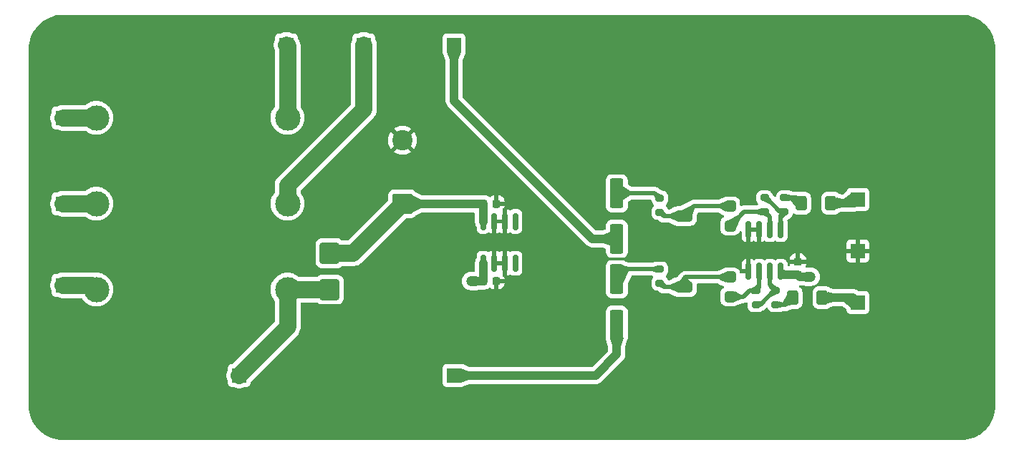
<source format=gbr>
%TF.GenerationSoftware,KiCad,Pcbnew,9.0.6-1.fc43app1*%
%TF.CreationDate,2025-12-27T19:53:39+01:00*%
%TF.ProjectId,VuMeterBoard,56754d65-7465-4724-926f-6172642e6b69,rev?*%
%TF.SameCoordinates,Original*%
%TF.FileFunction,Copper,L1,Top*%
%TF.FilePolarity,Positive*%
%FSLAX46Y46*%
G04 Gerber Fmt 4.6, Leading zero omitted, Abs format (unit mm)*
G04 Created by KiCad (PCBNEW 9.0.6-1.fc43app1) date 2025-12-27 19:53:39*
%MOMM*%
%LPD*%
G01*
G04 APERTURE LIST*
G04 Aperture macros list*
%AMRoundRect*
0 Rectangle with rounded corners*
0 $1 Rounding radius*
0 $2 $3 $4 $5 $6 $7 $8 $9 X,Y pos of 4 corners*
0 Add a 4 corners polygon primitive as box body*
4,1,4,$2,$3,$4,$5,$6,$7,$8,$9,$2,$3,0*
0 Add four circle primitives for the rounded corners*
1,1,$1+$1,$2,$3*
1,1,$1+$1,$4,$5*
1,1,$1+$1,$6,$7*
1,1,$1+$1,$8,$9*
0 Add four rect primitives between the rounded corners*
20,1,$1+$1,$2,$3,$4,$5,0*
20,1,$1+$1,$4,$5,$6,$7,0*
20,1,$1+$1,$6,$7,$8,$9,0*
20,1,$1+$1,$8,$9,$2,$3,0*%
G04 Aperture macros list end*
%TA.AperFunction,SMDPad,CuDef*%
%ADD10RoundRect,0.225000X0.250000X-0.225000X0.250000X0.225000X-0.250000X0.225000X-0.250000X-0.225000X0*%
%TD*%
%TA.AperFunction,ComponentPad*%
%ADD11C,0.800000*%
%TD*%
%TA.AperFunction,ComponentPad*%
%ADD12C,6.400000*%
%TD*%
%TA.AperFunction,ComponentPad*%
%ADD13RoundRect,0.250001X0.949999X-0.949999X0.949999X0.949999X-0.949999X0.949999X-0.949999X-0.949999X0*%
%TD*%
%TA.AperFunction,ComponentPad*%
%ADD14C,2.400000*%
%TD*%
%TA.AperFunction,SMDPad,CuDef*%
%ADD15RoundRect,0.225000X-0.225000X-0.250000X0.225000X-0.250000X0.225000X0.250000X-0.225000X0.250000X0*%
%TD*%
%TA.AperFunction,SMDPad,CuDef*%
%ADD16RoundRect,0.150000X0.150000X-0.825000X0.150000X0.825000X-0.150000X0.825000X-0.150000X-0.825000X0*%
%TD*%
%TA.AperFunction,SMDPad,CuDef*%
%ADD17RoundRect,0.250000X-0.900000X1.000000X-0.900000X-1.000000X0.900000X-1.000000X0.900000X1.000000X0*%
%TD*%
%TA.AperFunction,ComponentPad*%
%ADD18R,1.700000X1.700000*%
%TD*%
%TA.AperFunction,SMDPad,CuDef*%
%ADD19RoundRect,0.250000X0.550000X-1.500000X0.550000X1.500000X-0.550000X1.500000X-0.550000X-1.500000X0*%
%TD*%
%TA.AperFunction,SMDPad,CuDef*%
%ADD20RoundRect,0.200000X0.275000X-0.200000X0.275000X0.200000X-0.275000X0.200000X-0.275000X-0.200000X0*%
%TD*%
%TA.AperFunction,ComponentPad*%
%ADD21C,3.000000*%
%TD*%
%TA.AperFunction,SMDPad,CuDef*%
%ADD22RoundRect,0.250000X-0.400000X-0.400000X0.400000X-0.400000X0.400000X0.400000X-0.400000X0.400000X0*%
%TD*%
%TA.AperFunction,SMDPad,CuDef*%
%ADD23RoundRect,0.250000X-0.750000X-0.400000X0.750000X-0.400000X0.750000X0.400000X-0.750000X0.400000X0*%
%TD*%
%TA.AperFunction,SMDPad,CuDef*%
%ADD24RoundRect,0.200000X-0.275000X0.200000X-0.275000X-0.200000X0.275000X-0.200000X0.275000X0.200000X0*%
%TD*%
%TA.AperFunction,SMDPad,CuDef*%
%ADD25RoundRect,0.250000X0.400000X0.600000X-0.400000X0.600000X-0.400000X-0.600000X0.400000X-0.600000X0*%
%TD*%
%TA.AperFunction,SMDPad,CuDef*%
%ADD26RoundRect,0.150000X-0.150000X0.825000X-0.150000X-0.825000X0.150000X-0.825000X0.150000X0.825000X0*%
%TD*%
%TA.AperFunction,ViaPad*%
%ADD27C,1.200000*%
%TD*%
%TA.AperFunction,Conductor*%
%ADD28C,0.508000*%
%TD*%
%TA.AperFunction,Conductor*%
%ADD29C,1.016000*%
%TD*%
%TA.AperFunction,Conductor*%
%ADD30C,2.032000*%
%TD*%
G04 APERTURE END LIST*
D10*
%TO.P,C6,1*%
%TO.N,+5V*%
X197564500Y-106899500D03*
%TO.P,C6,2*%
%TO.N,GND*%
X197564500Y-105349500D03*
%TD*%
D11*
%TO.P,H4,1,1*%
%TO.N,GND*%
X214436500Y-122216500D03*
X215139444Y-120519444D03*
X215139444Y-123913556D03*
X216836500Y-119816500D03*
D12*
X216836500Y-122216500D03*
D11*
X216836500Y-124616500D03*
X218533556Y-120519444D03*
X218533556Y-123913556D03*
X219236500Y-122216500D03*
%TD*%
%TO.P,H3,1,1*%
%TO.N,GND*%
X108436500Y-122216500D03*
X109139444Y-120519444D03*
X109139444Y-123913556D03*
X110836500Y-119816500D03*
D12*
X110836500Y-122216500D03*
D11*
X110836500Y-124616500D03*
X112533556Y-120519444D03*
X112533556Y-123913556D03*
X113236500Y-122216500D03*
%TD*%
%TO.P,H2,1,1*%
%TO.N,GND*%
X214436500Y-80216500D03*
X215139444Y-78519444D03*
X215139444Y-81913556D03*
X216836500Y-77816500D03*
D12*
X216836500Y-80216500D03*
D11*
X216836500Y-82616500D03*
X218533556Y-78519444D03*
X218533556Y-81913556D03*
X219236500Y-80216500D03*
%TD*%
%TO.P,H1,1,1*%
%TO.N,GND*%
X108436500Y-80216500D03*
X109139444Y-78519444D03*
X109139444Y-81913556D03*
X110836500Y-77816500D03*
D12*
X110836500Y-80216500D03*
D11*
X110836500Y-82616500D03*
X112533556Y-78519444D03*
X112533556Y-81913556D03*
X113236500Y-80216500D03*
%TD*%
D13*
%TO.P,C5,1*%
%TO.N,Net-(D3-K)*%
X150828500Y-98504500D03*
D14*
%TO.P,C5,2*%
%TO.N,GND*%
X150828500Y-91004500D03*
%TD*%
D15*
%TO.P,C1,1*%
%TO.N,Net-(D3-K)*%
X160382500Y-98504500D03*
%TO.P,C1,2*%
%TO.N,GND*%
X161932500Y-98504500D03*
%TD*%
D16*
%TO.P,U1,8,IN*%
%TO.N,Net-(D3-K)*%
X160382500Y-100601500D03*
%TO.P,U1,7,GND*%
%TO.N,GND*%
X161652500Y-100601500D03*
%TO.P,U1,6,GND*%
X162922500Y-100601500D03*
%TO.P,U1,5,NC*%
%TO.N,unconnected-(U1-NC-Pad5)*%
X164192500Y-100601500D03*
%TO.P,U1,4,NC*%
%TO.N,unconnected-(U1-NC-Pad4)*%
X164192500Y-105551500D03*
%TO.P,U1,3,GND*%
%TO.N,GND*%
X162922500Y-105551500D03*
%TO.P,U1,2,GND*%
X161652500Y-105551500D03*
%TO.P,U1,1,OUT*%
%TO.N,+5V*%
X160382500Y-105551500D03*
%TD*%
D17*
%TO.P,D3,2,A*%
%TO.N,Net-(D3-A)*%
X142192500Y-108664500D03*
%TO.P,D3,1,K*%
%TO.N,Net-(D3-K)*%
X142192500Y-104364500D03*
%TD*%
D18*
%TO.P,J8,1,Pin_1*%
%TO.N,Net-(J8-Pin_1)*%
X156924500Y-79708500D03*
%TD*%
D19*
%TO.P,C4,1*%
%TO.N,Net-(J7-Pin_1)*%
X176165500Y-112823500D03*
%TO.P,C4,2*%
%TO.N,Net-(C4-Pad2)*%
X176165500Y-107423500D03*
%TD*%
D20*
%TO.P,R4,1*%
%TO.N,Net-(R3-Pad2)*%
X195977500Y-99455500D03*
%TO.P,R4,2*%
%TO.N,Net-(D1-A)*%
X195977500Y-97805500D03*
%TD*%
D18*
%TO.P,J10,1,Pin_1*%
%TO.N,GND*%
X204676500Y-104092500D03*
%TD*%
D21*
%TO.P,F006,1*%
%TO.N,Net-(J6-Pin_1)*%
X114636500Y-108664500D03*
%TO.P,F006,2*%
%TO.N,Net-(D3-A)*%
X137236500Y-108664500D03*
%TD*%
D18*
%TO.P,J4,1,Pin_1*%
%TO.N,Net-(J4-Pin_1)*%
X110696500Y-98504500D03*
%TD*%
D22*
%TO.P,R2,1,1*%
%TO.N,Net-(R1-Pad2)*%
X189583500Y-98813500D03*
D23*
%TO.P,R2,2,2*%
X184083500Y-99963500D03*
D22*
%TO.P,R2,3,3*%
%TO.N,Net-(U2A--)*%
X189583500Y-101113500D03*
%TD*%
D18*
%TO.P,J11,1,Pin_1*%
%TO.N,Net-(D1-K)*%
X204676500Y-97996500D03*
%TD*%
%TO.P,J3,1,Pin_1*%
%TO.N,Net-(J3-Pin_1)*%
X146256500Y-79708500D03*
%TD*%
%TO.P,J5,1,Pin_1*%
%TO.N,Net-(D3-A)*%
X131524500Y-118824500D03*
%TD*%
D24*
%TO.P,R7,1*%
%TO.N,Net-(U2B--)*%
X192612500Y-108790500D03*
%TO.P,R7,2*%
%TO.N,Net-(R7-Pad2)*%
X192612500Y-110440500D03*
%TD*%
D25*
%TO.P,D2,1,K*%
%TO.N,Net-(D2-K)*%
X200458500Y-109615500D03*
%TO.P,D2,2,A*%
%TO.N,Net-(D2-A)*%
X196958500Y-109615500D03*
%TD*%
D22*
%TO.P,R6,1,1*%
%TO.N,Net-(R5-Pad2)*%
X189583500Y-107201500D03*
D23*
%TO.P,R6,2,2*%
X184083500Y-108351500D03*
D22*
%TO.P,R6,3,3*%
%TO.N,Net-(U2B--)*%
X189583500Y-109501500D03*
%TD*%
D18*
%TO.P,J6,1,Pin_1*%
%TO.N,Net-(J6-Pin_1)*%
X110696500Y-108156500D03*
%TD*%
D19*
%TO.P,C3,1*%
%TO.N,Net-(J8-Pin_1)*%
X176165500Y-102663500D03*
%TO.P,C3,2*%
%TO.N,Net-(C3-Pad2)*%
X176165500Y-97263500D03*
%TD*%
D15*
%TO.P,C2,1*%
%TO.N,+5V*%
X160382500Y-107648500D03*
%TO.P,C2,2*%
%TO.N,GND*%
X161932500Y-107648500D03*
%TD*%
D18*
%TO.P,J1,1,Pin_1*%
%TO.N,Net-(J1-Pin_1)*%
X137112500Y-79708500D03*
%TD*%
D20*
%TO.P,R3,1*%
%TO.N,Net-(U2A--)*%
X193628500Y-99455500D03*
%TO.P,R3,2*%
%TO.N,Net-(R3-Pad2)*%
X193628500Y-97805500D03*
%TD*%
D21*
%TO.P,F002,1*%
%TO.N,Net-(J2-Pin_1)*%
X114636500Y-88344500D03*
%TO.P,F002,2*%
%TO.N,Net-(J1-Pin_1)*%
X137236500Y-88344500D03*
%TD*%
D25*
%TO.P,D1,1,K*%
%TO.N,Net-(D1-K)*%
X201474500Y-98439500D03*
%TO.P,D1,2,A*%
%TO.N,Net-(D1-A)*%
X197974500Y-98439500D03*
%TD*%
D21*
%TO.P,F003,1*%
%TO.N,Net-(J4-Pin_1)*%
X114636500Y-98504500D03*
%TO.P,F003,2*%
%TO.N,Net-(J3-Pin_1)*%
X137236500Y-98504500D03*
%TD*%
D24*
%TO.P,R5,1*%
%TO.N,Net-(C4-Pad2)*%
X181245500Y-106256500D03*
%TO.P,R5,2*%
%TO.N,Net-(R5-Pad2)*%
X181245500Y-107906500D03*
%TD*%
D18*
%TO.P,J7,1,Pin_1*%
%TO.N,Net-(J7-Pin_1)*%
X156924500Y-118824500D03*
%TD*%
%TO.P,J9,1,Pin_1*%
%TO.N,Net-(D2-K)*%
X204676500Y-110188500D03*
%TD*%
D24*
%TO.P,R8,1*%
%TO.N,Net-(R7-Pad2)*%
X194961500Y-108790500D03*
%TO.P,R8,2*%
%TO.N,Net-(D2-A)*%
X194961500Y-110440500D03*
%TD*%
D18*
%TO.P,J2,1,Pin_1*%
%TO.N,Net-(J2-Pin_1)*%
X110696500Y-88344500D03*
%TD*%
D24*
%TO.P,R1,1*%
%TO.N,Net-(C3-Pad2)*%
X181245500Y-97868500D03*
%TO.P,R1,2*%
%TO.N,Net-(R1-Pad2)*%
X181245500Y-99518500D03*
%TD*%
D26*
%TO.P,U2,1*%
%TO.N,Net-(R3-Pad2)*%
X195532500Y-101552500D03*
%TO.P,U2,2,-*%
%TO.N,Net-(U2A--)*%
X194262500Y-101552500D03*
%TO.P,U2,3,+*%
%TO.N,GND*%
X192992500Y-101552500D03*
%TO.P,U2,4,V-*%
X191722500Y-101552500D03*
%TO.P,U2,5,+*%
X191722500Y-106502500D03*
%TO.P,U2,6,-*%
%TO.N,Net-(U2B--)*%
X192992500Y-106502500D03*
%TO.P,U2,7*%
%TO.N,Net-(R7-Pad2)*%
X194262500Y-106502500D03*
%TO.P,U2,8,V+*%
%TO.N,+5V*%
X195532500Y-106502500D03*
%TD*%
D27*
%TO.N,+5V*%
X199088500Y-107140500D03*
X158956500Y-107648500D03*
%TD*%
D28*
%TO.N,Net-(U2A--)*%
X193628500Y-99455500D02*
X191241500Y-99455500D01*
X191241500Y-99455500D02*
X189583500Y-101113500D01*
%TO.N,Net-(D2-A)*%
X194961500Y-110440500D02*
X196133500Y-110440500D01*
X196133500Y-110440500D02*
X196958500Y-109615500D01*
%TO.N,Net-(U2B--)*%
X192612500Y-108790500D02*
X191850500Y-108790500D01*
X191850500Y-108790500D02*
X191139500Y-109501500D01*
X191139500Y-109501500D02*
X189583500Y-109501500D01*
%TO.N,Net-(R5-Pad2)*%
X189583500Y-107201500D02*
X184295500Y-107201500D01*
X184295500Y-107201500D02*
X184083500Y-107413500D01*
X184083500Y-107413500D02*
X184083500Y-108351500D01*
D29*
%TO.N,Net-(J8-Pin_1)*%
X176165500Y-102663500D02*
X173275500Y-102663500D01*
X173275500Y-102663500D02*
X156924500Y-86312500D01*
X156924500Y-86312500D02*
X156924500Y-79708500D01*
%TO.N,Net-(J7-Pin_1)*%
X156924500Y-118824500D02*
X173688500Y-118824500D01*
X173688500Y-118824500D02*
X176165500Y-116347500D01*
X176165500Y-116347500D02*
X176165500Y-112823500D01*
%TO.N,+5V*%
X197564500Y-106899500D02*
X195929500Y-106899500D01*
D28*
X195929500Y-106899500D02*
X195532500Y-106502500D01*
D29*
X160382500Y-107648500D02*
X158956500Y-107648500D01*
%TO.N,Net-(D1-K)*%
X201474500Y-98439500D02*
X204233500Y-98439500D01*
X204233500Y-98439500D02*
X204676500Y-97996500D01*
%TO.N,Net-(D2-K)*%
X200458500Y-109615500D02*
X204103500Y-109615500D01*
X204103500Y-109615500D02*
X204676500Y-110188500D01*
%TO.N,+5V*%
X160382500Y-105551500D02*
X160382500Y-107648500D01*
%TO.N,Net-(D3-K)*%
X160382500Y-100601500D02*
X160382500Y-98504500D01*
X160382500Y-98504500D02*
X150828500Y-98504500D01*
D30*
X142192500Y-104364500D02*
X144968500Y-104364500D01*
X144968500Y-104364500D02*
X150828500Y-98504500D01*
%TO.N,Net-(D3-A)*%
X137236500Y-108664500D02*
X142192500Y-108664500D01*
%TO.N,Net-(J3-Pin_1)*%
X137236500Y-98504500D02*
X137236500Y-96348500D01*
X137236500Y-96348500D02*
X146256500Y-87328500D01*
X146256500Y-87328500D02*
X146256500Y-79708500D01*
%TO.N,Net-(D3-A)*%
X137236500Y-108664500D02*
X137236500Y-113112500D01*
X137236500Y-113112500D02*
X131524500Y-118824500D01*
%TO.N,Net-(J6-Pin_1)*%
X110696500Y-108156500D02*
X114128500Y-108156500D01*
X114128500Y-108156500D02*
X114636500Y-108664500D01*
%TO.N,Net-(J4-Pin_1)*%
X110696500Y-98504500D02*
X114636500Y-98504500D01*
%TO.N,Net-(J2-Pin_1)*%
X110696500Y-88344500D02*
X114636500Y-88344500D01*
%TO.N,Net-(J1-Pin_1)*%
X137236500Y-88344500D02*
X137236500Y-79832500D01*
X137236500Y-79832500D02*
X137112500Y-79708500D01*
D28*
%TO.N,Net-(C3-Pad2)*%
X176165500Y-97263500D02*
X180640500Y-97263500D01*
X180640500Y-97263500D02*
X181245500Y-97868500D01*
%TO.N,Net-(C4-Pad2)*%
X177332500Y-106256500D02*
X176165500Y-107423500D01*
X181245500Y-106256500D02*
X177332500Y-106256500D01*
%TO.N,Net-(D1-A)*%
X197340500Y-97805500D02*
X197974500Y-98439500D01*
X195977500Y-97805500D02*
X197340500Y-97805500D01*
%TO.N,Net-(R1-Pad2)*%
X189583500Y-98813500D02*
X185233500Y-98813500D01*
X181690500Y-99963500D02*
X181245500Y-99518500D01*
X184083500Y-99963500D02*
X181690500Y-99963500D01*
X185233500Y-98813500D02*
X184083500Y-99963500D01*
%TO.N,Net-(U2A--)*%
X193628500Y-99455500D02*
X194262500Y-100089500D01*
X194262500Y-100089500D02*
X194262500Y-101552500D01*
%TO.N,Net-(R3-Pad2)*%
X193628500Y-97805500D02*
X193819500Y-97805500D01*
X195469500Y-99455500D02*
X195977500Y-99455500D01*
X195532500Y-99900500D02*
X195977500Y-99455500D01*
X195532500Y-101552500D02*
X195532500Y-99900500D01*
X193819500Y-97805500D02*
X195469500Y-99455500D01*
%TO.N,Net-(R5-Pad2)*%
X184083500Y-108351500D02*
X181690500Y-108351500D01*
X181690500Y-108351500D02*
X181245500Y-107906500D01*
%TO.N,Net-(U2B--)*%
X192992500Y-106502500D02*
X192992500Y-108410500D01*
X192992500Y-108410500D02*
X192612500Y-108790500D01*
%TO.N,Net-(R7-Pad2)*%
X194770500Y-108790500D02*
X194961500Y-108790500D01*
X193120500Y-110440500D02*
X194770500Y-108790500D01*
X192612500Y-110440500D02*
X193120500Y-110440500D01*
X194262500Y-108091500D02*
X194961500Y-108790500D01*
X194262500Y-106502500D02*
X194262500Y-108091500D01*
D29*
%TO.N,+5V*%
X199088500Y-107140500D02*
X197805500Y-107140500D01*
X197805500Y-107140500D02*
X197564500Y-106899500D01*
%TD*%
%TA.AperFunction,Conductor*%
%TO.N,GND*%
G36*
X216871355Y-76145132D02*
G01*
X217238450Y-76162103D01*
X217249847Y-76163159D01*
X217610972Y-76213534D01*
X217622208Y-76215635D01*
X217977148Y-76299116D01*
X217988138Y-76302243D01*
X218333877Y-76418123D01*
X218344531Y-76422251D01*
X218678089Y-76569531D01*
X218688316Y-76574623D01*
X218936161Y-76712672D01*
X219006856Y-76752049D01*
X219016594Y-76758078D01*
X219275370Y-76935344D01*
X219317402Y-76964136D01*
X219326542Y-76971039D01*
X219607041Y-77203962D01*
X219615505Y-77211678D01*
X219873321Y-77469494D01*
X219881037Y-77477958D01*
X220113960Y-77758457D01*
X220120863Y-77767597D01*
X220326921Y-78068405D01*
X220332950Y-78078143D01*
X220396368Y-78192000D01*
X220492399Y-78364409D01*
X220510369Y-78396670D01*
X220515472Y-78406919D01*
X220556992Y-78500952D01*
X220662743Y-78740455D01*
X220666881Y-78751135D01*
X220782752Y-79096848D01*
X220785886Y-79107864D01*
X220869361Y-79462778D01*
X220871466Y-79474037D01*
X220921839Y-79835150D01*
X220922896Y-79846554D01*
X220939868Y-80213644D01*
X220940000Y-80219371D01*
X220940000Y-122377628D01*
X220939868Y-122383355D01*
X220922896Y-122750445D01*
X220921839Y-122761849D01*
X220871466Y-123122962D01*
X220869361Y-123134221D01*
X220785886Y-123489135D01*
X220782752Y-123500151D01*
X220666881Y-123845864D01*
X220662743Y-123856544D01*
X220515474Y-124190076D01*
X220510369Y-124200329D01*
X220332950Y-124518856D01*
X220326921Y-124528594D01*
X220120863Y-124829402D01*
X220113960Y-124838542D01*
X219881037Y-125119041D01*
X219873321Y-125127505D01*
X219615505Y-125385321D01*
X219607041Y-125393037D01*
X219326542Y-125625960D01*
X219317402Y-125632863D01*
X219016594Y-125838921D01*
X219006856Y-125844950D01*
X218688329Y-126022369D01*
X218678076Y-126027474D01*
X218344544Y-126174743D01*
X218333864Y-126178881D01*
X217988151Y-126294752D01*
X217977135Y-126297886D01*
X217622221Y-126381361D01*
X217610962Y-126383466D01*
X217249849Y-126433839D01*
X217238445Y-126434896D01*
X216871355Y-126451868D01*
X216865628Y-126452000D01*
X110699372Y-126452000D01*
X110693645Y-126451868D01*
X110326554Y-126434896D01*
X110315150Y-126433839D01*
X109954037Y-126383466D01*
X109942778Y-126381361D01*
X109587864Y-126297886D01*
X109576848Y-126294752D01*
X109231135Y-126178881D01*
X109220455Y-126174743D01*
X108886923Y-126027474D01*
X108876675Y-126022371D01*
X108773079Y-125964669D01*
X108558143Y-125844950D01*
X108548405Y-125838921D01*
X108247597Y-125632863D01*
X108238457Y-125625960D01*
X107957958Y-125393037D01*
X107949494Y-125385321D01*
X107691678Y-125127505D01*
X107683962Y-125119041D01*
X107451039Y-124838542D01*
X107444136Y-124829402D01*
X107238078Y-124528594D01*
X107232049Y-124518856D01*
X107068913Y-124225971D01*
X107054623Y-124200316D01*
X107049531Y-124190089D01*
X106902251Y-123856531D01*
X106898123Y-123845877D01*
X106782243Y-123500138D01*
X106779116Y-123489148D01*
X106695635Y-123134208D01*
X106693534Y-123122972D01*
X106643159Y-122761847D01*
X106642103Y-122750445D01*
X106625132Y-122383355D01*
X106625000Y-122377628D01*
X106625000Y-118705143D01*
X130008001Y-118705143D01*
X130008001Y-118943856D01*
X130045341Y-119179615D01*
X130119105Y-119406633D01*
X130119108Y-119406640D01*
X130160485Y-119487847D01*
X130174000Y-119544140D01*
X130174000Y-119722369D01*
X130174001Y-119722376D01*
X130180408Y-119781983D01*
X130230702Y-119916828D01*
X130230706Y-119916835D01*
X130316952Y-120032044D01*
X130316955Y-120032047D01*
X130432164Y-120118293D01*
X130432171Y-120118297D01*
X130477118Y-120135061D01*
X130567017Y-120168591D01*
X130626627Y-120175000D01*
X130804856Y-120174999D01*
X130861152Y-120188514D01*
X130942362Y-120229893D01*
X130942364Y-120229893D01*
X130942367Y-120229895D01*
X131064053Y-120269433D01*
X131169384Y-120303658D01*
X131405144Y-120340999D01*
X131405149Y-120340999D01*
X131643856Y-120340999D01*
X131879615Y-120303658D01*
X132106633Y-120229895D01*
X132187847Y-120188513D01*
X132244142Y-120174999D01*
X132422371Y-120174999D01*
X132422372Y-120174999D01*
X132481983Y-120168591D01*
X132616831Y-120118296D01*
X132732046Y-120032046D01*
X132818296Y-119916831D01*
X132868591Y-119781983D01*
X132875000Y-119722373D01*
X132874999Y-119670015D01*
X132894682Y-119602977D01*
X132911313Y-119582339D01*
X134567018Y-117926635D01*
X155574000Y-117926635D01*
X155574000Y-119722370D01*
X155574001Y-119722376D01*
X155580408Y-119781983D01*
X155630702Y-119916828D01*
X155630706Y-119916835D01*
X155716952Y-120032044D01*
X155716955Y-120032047D01*
X155832164Y-120118293D01*
X155832171Y-120118297D01*
X155967017Y-120168591D01*
X155967016Y-120168591D01*
X155973944Y-120169335D01*
X156026627Y-120175000D01*
X157754610Y-120174999D01*
X157767577Y-120176998D01*
X157776531Y-120177089D01*
X157830591Y-120174742D01*
X157835166Y-120173623D01*
X157881983Y-120168591D01*
X157925040Y-120152531D01*
X157938922Y-120148262D01*
X157970357Y-120140579D01*
X158712535Y-119841962D01*
X158758821Y-119833000D01*
X173787830Y-119833000D01*
X173787831Y-119832999D01*
X173982669Y-119794244D01*
X174166204Y-119718221D01*
X174331381Y-119607853D01*
X174471853Y-119467381D01*
X176948853Y-116990381D01*
X177059221Y-116825204D01*
X177135244Y-116641668D01*
X177174000Y-116446829D01*
X177174000Y-116248171D01*
X177174000Y-115479238D01*
X177178781Y-115445137D01*
X177431243Y-114562507D01*
X177440915Y-114522641D01*
X177440914Y-114522641D01*
X177441833Y-114518858D01*
X177444625Y-114509110D01*
X177455499Y-114476297D01*
X177466000Y-114373509D01*
X177465999Y-111273492D01*
X177455499Y-111170703D01*
X177400314Y-111004166D01*
X177308212Y-110854844D01*
X177184156Y-110730788D01*
X177077496Y-110665000D01*
X177034836Y-110638687D01*
X177034831Y-110638685D01*
X176998886Y-110626774D01*
X176868297Y-110583501D01*
X176868295Y-110583500D01*
X176765510Y-110573000D01*
X175565498Y-110573000D01*
X175565481Y-110573001D01*
X175462703Y-110583500D01*
X175462700Y-110583501D01*
X175296168Y-110638685D01*
X175296163Y-110638687D01*
X175146842Y-110730789D01*
X175022789Y-110854842D01*
X174930687Y-111004163D01*
X174930685Y-111004168D01*
X174922087Y-111030116D01*
X174875501Y-111170703D01*
X174875501Y-111170704D01*
X174875500Y-111170704D01*
X174865000Y-111273483D01*
X174865000Y-114373501D01*
X174865001Y-114373518D01*
X174875501Y-114476298D01*
X174893128Y-114529494D01*
X174898279Y-114551701D01*
X174899754Y-114562497D01*
X174899755Y-114562501D01*
X175152219Y-115445137D01*
X175157000Y-115479238D01*
X175157000Y-115878404D01*
X175137315Y-115945443D01*
X175120681Y-115966085D01*
X173307085Y-117779681D01*
X173245762Y-117813166D01*
X173219404Y-117816000D01*
X158758821Y-117816000D01*
X158712535Y-117807038D01*
X157970356Y-117508420D01*
X157970350Y-117508418D01*
X157970347Y-117508417D01*
X157922029Y-117494155D01*
X157922027Y-117494154D01*
X157906742Y-117489643D01*
X157881983Y-117480409D01*
X157822373Y-117474000D01*
X157726420Y-117474000D01*
X157723616Y-117473898D01*
X157723215Y-117474000D01*
X157722427Y-117474000D01*
X157720229Y-117473778D01*
X157716062Y-117474000D01*
X156026629Y-117474000D01*
X156026623Y-117474001D01*
X155967016Y-117480408D01*
X155832171Y-117530702D01*
X155832164Y-117530706D01*
X155716955Y-117616952D01*
X155716952Y-117616955D01*
X155630706Y-117732164D01*
X155630702Y-117732171D01*
X155580408Y-117867017D01*
X155574001Y-117926616D01*
X155574000Y-117926635D01*
X134567018Y-117926635D01*
X138393221Y-114100433D01*
X138533527Y-113907319D01*
X138641895Y-113694634D01*
X138647123Y-113678542D01*
X138659985Y-113638958D01*
X138659985Y-113638955D01*
X138715659Y-113467615D01*
X138734329Y-113349733D01*
X138753000Y-113231851D01*
X138753000Y-110305000D01*
X138772685Y-110237961D01*
X138825489Y-110192206D01*
X138877000Y-110181000D01*
X140696270Y-110181000D01*
X140763309Y-110200685D01*
X140783951Y-110217319D01*
X140823844Y-110257212D01*
X140973166Y-110349314D01*
X141139703Y-110404499D01*
X141242491Y-110415000D01*
X143142508Y-110414999D01*
X143245297Y-110404499D01*
X143411834Y-110349314D01*
X143561156Y-110257212D01*
X143685212Y-110133156D01*
X143777314Y-109983834D01*
X143832499Y-109817297D01*
X143843000Y-109714509D01*
X143842999Y-107614492D01*
X143837626Y-107561889D01*
X157856000Y-107561889D01*
X157856000Y-107735111D01*
X157883098Y-107906201D01*
X157928589Y-108046208D01*
X157936628Y-108070947D01*
X157976280Y-108148770D01*
X158015268Y-108225288D01*
X158117086Y-108365428D01*
X158239572Y-108487914D01*
X158379712Y-108589732D01*
X158534055Y-108668373D01*
X158698799Y-108721902D01*
X158869889Y-108749000D01*
X158869890Y-108749000D01*
X159043110Y-108749000D01*
X159043111Y-108749000D01*
X159091423Y-108741347D01*
X159119224Y-108740106D01*
X159121726Y-108740276D01*
X160172007Y-108661392D01*
X160205091Y-108657745D01*
X160218670Y-108657000D01*
X160481831Y-108657000D01*
X160548271Y-108643783D01*
X160636087Y-108626316D01*
X160653973Y-108624094D01*
X160655831Y-108623999D01*
X160655844Y-108623999D01*
X160755208Y-108613849D01*
X160916197Y-108560503D01*
X161060544Y-108471468D01*
X161070168Y-108461843D01*
X161131487Y-108428356D01*
X161201179Y-108433335D01*
X161245534Y-108461839D01*
X161254767Y-108471072D01*
X161254771Y-108471075D01*
X161399007Y-108560042D01*
X161399018Y-108560047D01*
X161559893Y-108613355D01*
X161659183Y-108623499D01*
X162182500Y-108623499D01*
X162205808Y-108623499D01*
X162205822Y-108623498D01*
X162305107Y-108613355D01*
X162465981Y-108560047D01*
X162465992Y-108560042D01*
X162610228Y-108471075D01*
X162610232Y-108471072D01*
X162730072Y-108351232D01*
X162730075Y-108351228D01*
X162819042Y-108206992D01*
X162819047Y-108206981D01*
X162872355Y-108046106D01*
X162882499Y-107946822D01*
X162882500Y-107946809D01*
X162882500Y-107898500D01*
X162182500Y-107898500D01*
X162182500Y-108623499D01*
X161659183Y-108623499D01*
X161682500Y-108623498D01*
X161682500Y-107772500D01*
X161702185Y-107705461D01*
X161754989Y-107659706D01*
X161806500Y-107648500D01*
X161932500Y-107648500D01*
X161932500Y-107522500D01*
X161952185Y-107455461D01*
X162004989Y-107409706D01*
X162056500Y-107398500D01*
X162882499Y-107398500D01*
X162882499Y-107350192D01*
X162882498Y-107350177D01*
X162872355Y-107250892D01*
X162841077Y-107156500D01*
X162796500Y-107156500D01*
X162729461Y-107136815D01*
X162683706Y-107084011D01*
X162672500Y-107032500D01*
X162672500Y-105801500D01*
X161776500Y-105801500D01*
X161709461Y-105781815D01*
X161663706Y-105729011D01*
X161652500Y-105677500D01*
X161652500Y-105551500D01*
X161526500Y-105551500D01*
X161459461Y-105531815D01*
X161413706Y-105479011D01*
X161402500Y-105427500D01*
X161402500Y-104079203D01*
X161902500Y-104079203D01*
X161902500Y-105301500D01*
X162672500Y-105301500D01*
X162672500Y-104079203D01*
X163172500Y-104079203D01*
X163172500Y-107023795D01*
X163172501Y-107023795D01*
X163174986Y-107023600D01*
X163332698Y-106977781D01*
X163474050Y-106894186D01*
X163480217Y-106889403D01*
X163482130Y-106891869D01*
X163530722Y-106865302D01*
X163600417Y-106870249D01*
X163633262Y-106891353D01*
X163634469Y-106889798D01*
X163640632Y-106894578D01*
X163640635Y-106894581D01*
X163782102Y-106978244D01*
X163787069Y-106979687D01*
X163939926Y-107024097D01*
X163939929Y-107024097D01*
X163939931Y-107024098D01*
X163976806Y-107027000D01*
X163976814Y-107027000D01*
X164408186Y-107027000D01*
X164408194Y-107027000D01*
X164445069Y-107024098D01*
X164445071Y-107024097D01*
X164445073Y-107024097D01*
X164536357Y-106997576D01*
X164602898Y-106978244D01*
X164744365Y-106894581D01*
X164860581Y-106778365D01*
X164944244Y-106636898D01*
X164986546Y-106491294D01*
X164990097Y-106479073D01*
X164990098Y-106479067D01*
X164990951Y-106468233D01*
X164993000Y-106442194D01*
X164993000Y-105873483D01*
X174865000Y-105873483D01*
X174865000Y-108973501D01*
X174865001Y-108973518D01*
X174875500Y-109076296D01*
X174875501Y-109076299D01*
X174926770Y-109231016D01*
X174930686Y-109242834D01*
X175022788Y-109392156D01*
X175146844Y-109516212D01*
X175296166Y-109608314D01*
X175462703Y-109663499D01*
X175565491Y-109674000D01*
X176765508Y-109673999D01*
X176868297Y-109663499D01*
X177034834Y-109608314D01*
X177184156Y-109516212D01*
X177308212Y-109392156D01*
X177400314Y-109242834D01*
X177455499Y-109076297D01*
X177466000Y-108973509D01*
X177465999Y-107964268D01*
X177479104Y-107908785D01*
X177894025Y-107079515D01*
X177941627Y-107028369D01*
X178004919Y-107011000D01*
X180273043Y-107011000D01*
X180303096Y-107014697D01*
X180339515Y-107023795D01*
X180385458Y-107035272D01*
X180445727Y-107070618D01*
X180477320Y-107132937D01*
X180470205Y-107202443D01*
X180443087Y-107243255D01*
X180415029Y-107271313D01*
X180327022Y-107416893D01*
X180276413Y-107579307D01*
X180270000Y-107649886D01*
X180270000Y-108163113D01*
X180276413Y-108233692D01*
X180276413Y-108233694D01*
X180276414Y-108233696D01*
X180327022Y-108396106D01*
X180410007Y-108533380D01*
X180415030Y-108541688D01*
X180535311Y-108661969D01*
X180535313Y-108661970D01*
X180535315Y-108661972D01*
X180680894Y-108749978D01*
X180843304Y-108800586D01*
X180913884Y-108807000D01*
X181012330Y-108807000D01*
X181016465Y-108807703D01*
X181018727Y-108807165D01*
X181053350Y-108813981D01*
X181076895Y-108822237D01*
X181123543Y-108851568D01*
X181209534Y-108937559D01*
X181333111Y-109020130D01*
X181413545Y-109053446D01*
X181470420Y-109077005D01*
X181494605Y-109081815D01*
X181543494Y-109091540D01*
X181616186Y-109106001D01*
X181616188Y-109106001D01*
X181770926Y-109106001D01*
X181770946Y-109106000D01*
X182282635Y-109106000D01*
X182335257Y-109117719D01*
X183011429Y-109434626D01*
X183014166Y-109436314D01*
X183017381Y-109437379D01*
X183086166Y-109463659D01*
X183086170Y-109463660D01*
X183086180Y-109463664D01*
X183089430Y-109464639D01*
X183089437Y-109464641D01*
X183089438Y-109464641D01*
X183089441Y-109464642D01*
X183100421Y-109466467D01*
X183119085Y-109471080D01*
X183180703Y-109491499D01*
X183283491Y-109502000D01*
X184883508Y-109501999D01*
X184986297Y-109491499D01*
X185152834Y-109436314D01*
X185302156Y-109344212D01*
X185426212Y-109220156D01*
X185518314Y-109070834D01*
X185573499Y-108904297D01*
X185584000Y-108801509D01*
X185583999Y-108079999D01*
X185603683Y-108012961D01*
X185656487Y-107967206D01*
X185707999Y-107956000D01*
X188132635Y-107956000D01*
X188185257Y-107967719D01*
X188776892Y-108245005D01*
X188829240Y-108291278D01*
X188848262Y-108358509D01*
X188827916Y-108425350D01*
X188789365Y-108462822D01*
X188714847Y-108508785D01*
X188714843Y-108508788D01*
X188590789Y-108632842D01*
X188498687Y-108782163D01*
X188498685Y-108782168D01*
X188494225Y-108795627D01*
X188443501Y-108948703D01*
X188443501Y-108948704D01*
X188443500Y-108948704D01*
X188433000Y-109051483D01*
X188433000Y-109951501D01*
X188433001Y-109951519D01*
X188443500Y-110054296D01*
X188443501Y-110054299D01*
X188498685Y-110220831D01*
X188498687Y-110220836D01*
X188526237Y-110265501D01*
X188590788Y-110370156D01*
X188714844Y-110494212D01*
X188864166Y-110586314D01*
X189030703Y-110641499D01*
X189133491Y-110652000D01*
X190033508Y-110651999D01*
X190033516Y-110651998D01*
X190033519Y-110651998D01*
X190114897Y-110643685D01*
X190136297Y-110641499D01*
X190302834Y-110586314D01*
X190302834Y-110586313D01*
X190302837Y-110586313D01*
X190306246Y-110584723D01*
X190312011Y-110581606D01*
X190981742Y-110267719D01*
X190992863Y-110265243D01*
X190999430Y-110261023D01*
X191034365Y-110256000D01*
X191059054Y-110256000D01*
X191059074Y-110256001D01*
X191065188Y-110256001D01*
X191213813Y-110256001D01*
X191243377Y-110250119D01*
X191344161Y-110230072D01*
X191359580Y-110227005D01*
X191435311Y-110195636D01*
X191465553Y-110183109D01*
X191535019Y-110175643D01*
X191597497Y-110206918D01*
X191633149Y-110267008D01*
X191637000Y-110297672D01*
X191637000Y-110697113D01*
X191643413Y-110767692D01*
X191643413Y-110767694D01*
X191643414Y-110767696D01*
X191694022Y-110930106D01*
X191777322Y-111067901D01*
X191782030Y-111075688D01*
X191902311Y-111195969D01*
X191902313Y-111195970D01*
X191902315Y-111195972D01*
X192047894Y-111283978D01*
X192210304Y-111334586D01*
X192280884Y-111341000D01*
X192280887Y-111341000D01*
X192944113Y-111341000D01*
X192944116Y-111341000D01*
X193014696Y-111334586D01*
X193177106Y-111283978D01*
X193322685Y-111195972D01*
X193343748Y-111174908D01*
X193383978Y-111148028D01*
X193395313Y-111143333D01*
X193399837Y-111141460D01*
X193417515Y-111134136D01*
X193477889Y-111109130D01*
X193601466Y-111026559D01*
X193815993Y-110812030D01*
X193877312Y-110778548D01*
X193947004Y-110783532D01*
X194002938Y-110825403D01*
X194022055Y-110862821D01*
X194043022Y-110930106D01*
X194126322Y-111067901D01*
X194131030Y-111075688D01*
X194251311Y-111195969D01*
X194251313Y-111195970D01*
X194251315Y-111195972D01*
X194396894Y-111283978D01*
X194559304Y-111334586D01*
X194629884Y-111341000D01*
X194629887Y-111341000D01*
X195293113Y-111341000D01*
X195293116Y-111341000D01*
X195363696Y-111334586D01*
X195411678Y-111319634D01*
X195435929Y-111314667D01*
X195442316Y-111314014D01*
X195903902Y-111198697D01*
X195933957Y-111195000D01*
X196053054Y-111195000D01*
X196053074Y-111195001D01*
X196059188Y-111195001D01*
X196207814Y-111195001D01*
X196256329Y-111185349D01*
X196329394Y-111170815D01*
X196353580Y-111166005D01*
X196412829Y-111141463D01*
X196490889Y-111109130D01*
X196490892Y-111109127D01*
X196490894Y-111109127D01*
X196552592Y-111067901D01*
X196581617Y-111048506D01*
X196625693Y-111030117D01*
X196927397Y-110968506D01*
X196952207Y-110965999D01*
X197408502Y-110965999D01*
X197408508Y-110965999D01*
X197511297Y-110955499D01*
X197677834Y-110900314D01*
X197827156Y-110808212D01*
X197951212Y-110684156D01*
X198043314Y-110534834D01*
X198098499Y-110368297D01*
X198109000Y-110265509D01*
X198108999Y-108965492D01*
X198108998Y-108965483D01*
X199308000Y-108965483D01*
X199308000Y-110265501D01*
X199308001Y-110265518D01*
X199318500Y-110368296D01*
X199318501Y-110368299D01*
X199360225Y-110494212D01*
X199373686Y-110534834D01*
X199465788Y-110684156D01*
X199589844Y-110808212D01*
X199739166Y-110900314D01*
X199905703Y-110955499D01*
X200008491Y-110966000D01*
X200908508Y-110965999D01*
X200908516Y-110965998D01*
X200908519Y-110965998D01*
X200964802Y-110960248D01*
X201011297Y-110955499D01*
X201177834Y-110900314D01*
X201327156Y-110808212D01*
X201396650Y-110738716D01*
X201457973Y-110705232D01*
X201458248Y-110705172D01*
X201822607Y-110626774D01*
X201848691Y-110624000D01*
X202750595Y-110624000D01*
X202817634Y-110643685D01*
X202827727Y-110650909D01*
X203280729Y-111010787D01*
X203320976Y-111067901D01*
X203326886Y-111094623D01*
X203332407Y-111145979D01*
X203382702Y-111280828D01*
X203382706Y-111280835D01*
X203468952Y-111396044D01*
X203468955Y-111396047D01*
X203584164Y-111482293D01*
X203584171Y-111482297D01*
X203719017Y-111532591D01*
X203719016Y-111532591D01*
X203725944Y-111533335D01*
X203778627Y-111539000D01*
X205574372Y-111538999D01*
X205633983Y-111532591D01*
X205768831Y-111482296D01*
X205884046Y-111396046D01*
X205970296Y-111280831D01*
X206020591Y-111145983D01*
X206027000Y-111086373D01*
X206026999Y-109290628D01*
X206020591Y-109231017D01*
X206016540Y-109220157D01*
X205970297Y-109096171D01*
X205970293Y-109096164D01*
X205884047Y-108980955D01*
X205884044Y-108980952D01*
X205768835Y-108894706D01*
X205768828Y-108894702D01*
X205633982Y-108844408D01*
X205633983Y-108844408D01*
X205574383Y-108838001D01*
X205574381Y-108838000D01*
X205574373Y-108838000D01*
X205574365Y-108838000D01*
X204892893Y-108838000D01*
X204877068Y-108836986D01*
X204870201Y-108836102D01*
X204867724Y-108835423D01*
X204753147Y-108821040D01*
X204753048Y-108821028D01*
X204751630Y-108820405D01*
X204699982Y-108801144D01*
X204691704Y-108795613D01*
X204623407Y-108749978D01*
X204581209Y-108721782D01*
X204581206Y-108721780D01*
X204581204Y-108721779D01*
X204578600Y-108720700D01*
X204578599Y-108720699D01*
X204578599Y-108720700D01*
X204397669Y-108645756D01*
X204397661Y-108645754D01*
X204202833Y-108607000D01*
X204202829Y-108607000D01*
X203046355Y-108607000D01*
X203020986Y-108604622D01*
X203019537Y-108604532D01*
X202934154Y-108606458D01*
X202932031Y-108607000D01*
X201848692Y-108607000D01*
X201822608Y-108604225D01*
X201458246Y-108525825D01*
X201396847Y-108492479D01*
X201327157Y-108422789D01*
X201327156Y-108422788D01*
X201212023Y-108351774D01*
X201177836Y-108330687D01*
X201177831Y-108330685D01*
X201121926Y-108312160D01*
X201011297Y-108275501D01*
X201011295Y-108275500D01*
X200908510Y-108265000D01*
X200008498Y-108265000D01*
X200008480Y-108265001D01*
X199905703Y-108275500D01*
X199905700Y-108275501D01*
X199739168Y-108330685D01*
X199739163Y-108330687D01*
X199589842Y-108422789D01*
X199465789Y-108546842D01*
X199373687Y-108696163D01*
X199373685Y-108696168D01*
X199355855Y-108749977D01*
X199318501Y-108862703D01*
X199318501Y-108862704D01*
X199318500Y-108862704D01*
X199308000Y-108965483D01*
X198108998Y-108965483D01*
X198098499Y-108862703D01*
X198043314Y-108696166D01*
X197951212Y-108546844D01*
X197827156Y-108422788D01*
X197755415Y-108378538D01*
X197754616Y-108377650D01*
X197753474Y-108377315D01*
X197731343Y-108351774D01*
X197708692Y-108326591D01*
X197708500Y-108325412D01*
X197707719Y-108324511D01*
X197702905Y-108291032D01*
X197697469Y-108257628D01*
X197697944Y-108256533D01*
X197697775Y-108255353D01*
X197711828Y-108224579D01*
X197725313Y-108193546D01*
X197726304Y-108192882D01*
X197726800Y-108191797D01*
X197755261Y-108173505D01*
X197783381Y-108154690D01*
X197784903Y-108154456D01*
X197785578Y-108154023D01*
X197820513Y-108149000D01*
X197839589Y-108149000D01*
X197866376Y-108151928D01*
X197867312Y-108152135D01*
X197872993Y-108153392D01*
X198923273Y-108232276D01*
X198946274Y-108233478D01*
X198946276Y-108233477D01*
X198951409Y-108233746D01*
X198951381Y-108234270D01*
X198964607Y-108235094D01*
X199001889Y-108241000D01*
X199001892Y-108241000D01*
X199175110Y-108241000D01*
X199175111Y-108241000D01*
X199346201Y-108213902D01*
X199510945Y-108160373D01*
X199665288Y-108081732D01*
X199805428Y-107979914D01*
X199927914Y-107857428D01*
X200029732Y-107717288D01*
X200108373Y-107562945D01*
X200161902Y-107398201D01*
X200189000Y-107227111D01*
X200189000Y-107053889D01*
X200161902Y-106882799D01*
X200108373Y-106718055D01*
X200029732Y-106563712D01*
X199927914Y-106423572D01*
X199805428Y-106301086D01*
X199665288Y-106199268D01*
X199510945Y-106120627D01*
X199346201Y-106067098D01*
X199346199Y-106067097D01*
X199346198Y-106067097D01*
X199214771Y-106046281D01*
X199175111Y-106040000D01*
X199001889Y-106040000D01*
X199001885Y-106040000D01*
X198953580Y-106047651D01*
X198925781Y-106048893D01*
X198923280Y-106048723D01*
X198923277Y-106048723D01*
X198923274Y-106048723D01*
X198784125Y-106059174D01*
X198589607Y-106073783D01*
X198521281Y-106059174D01*
X198471700Y-106009945D01*
X198456605Y-105941726D01*
X198473296Y-105889673D01*
X198472993Y-105889532D01*
X198474108Y-105887138D01*
X198474787Y-105885024D01*
X198476047Y-105882980D01*
X198529355Y-105722106D01*
X198539499Y-105622822D01*
X198539500Y-105622809D01*
X198539500Y-105599500D01*
X196589501Y-105599500D01*
X196589501Y-105622822D01*
X196599644Y-105722109D01*
X196601596Y-105728000D01*
X196603996Y-105797828D01*
X196568262Y-105857869D01*
X196505741Y-105889059D01*
X196483889Y-105891000D01*
X196457000Y-105891000D01*
X196389961Y-105871315D01*
X196344206Y-105818511D01*
X196333000Y-105767000D01*
X196333000Y-105611813D01*
X196332999Y-105611798D01*
X196332398Y-105604166D01*
X196330098Y-105574931D01*
X196325883Y-105560424D01*
X196284245Y-105417106D01*
X196284244Y-105417103D01*
X196284244Y-105417102D01*
X196200581Y-105275635D01*
X196200579Y-105275633D01*
X196200576Y-105275629D01*
X196084370Y-105159423D01*
X196084362Y-105159417D01*
X195983047Y-105099500D01*
X195943610Y-105076177D01*
X196589500Y-105076177D01*
X196589500Y-105099500D01*
X197314500Y-105099500D01*
X197814500Y-105099500D01*
X198539499Y-105099500D01*
X198539499Y-105076192D01*
X198539498Y-105076177D01*
X198529355Y-104976892D01*
X198476047Y-104816018D01*
X198476042Y-104816007D01*
X198387075Y-104671771D01*
X198387072Y-104671767D01*
X198267232Y-104551927D01*
X198267228Y-104551924D01*
X198122992Y-104462957D01*
X198122981Y-104462952D01*
X197962107Y-104409644D01*
X197862822Y-104399500D01*
X197814500Y-104399500D01*
X197814500Y-105099500D01*
X197314500Y-105099500D01*
X197314500Y-104399500D01*
X197314499Y-104399499D01*
X197266193Y-104399500D01*
X197266175Y-104399501D01*
X197166892Y-104409644D01*
X197006018Y-104462952D01*
X197006007Y-104462957D01*
X196861771Y-104551924D01*
X196861767Y-104551927D01*
X196741927Y-104671767D01*
X196741924Y-104671771D01*
X196652957Y-104816007D01*
X196652952Y-104816018D01*
X196599644Y-104976893D01*
X196589500Y-105076177D01*
X195943610Y-105076177D01*
X195942898Y-105075756D01*
X195942897Y-105075755D01*
X195942896Y-105075755D01*
X195942893Y-105075754D01*
X195785073Y-105029902D01*
X195785067Y-105029901D01*
X195748201Y-105027000D01*
X195748194Y-105027000D01*
X195316806Y-105027000D01*
X195316798Y-105027000D01*
X195279932Y-105029901D01*
X195279926Y-105029902D01*
X195122106Y-105075754D01*
X195122103Y-105075755D01*
X194980637Y-105159417D01*
X194974469Y-105164202D01*
X194972572Y-105161756D01*
X194923858Y-105188357D01*
X194854166Y-105183373D01*
X194821796Y-105162569D01*
X194820531Y-105164202D01*
X194814362Y-105159417D01*
X194713047Y-105099500D01*
X194672898Y-105075756D01*
X194672897Y-105075755D01*
X194672896Y-105075755D01*
X194672893Y-105075754D01*
X194515073Y-105029902D01*
X194515067Y-105029901D01*
X194478201Y-105027000D01*
X194478194Y-105027000D01*
X194046806Y-105027000D01*
X194046798Y-105027000D01*
X194009932Y-105029901D01*
X194009926Y-105029902D01*
X193852106Y-105075754D01*
X193852103Y-105075755D01*
X193710637Y-105159417D01*
X193704469Y-105164202D01*
X193702572Y-105161756D01*
X193653858Y-105188357D01*
X193584166Y-105183373D01*
X193551796Y-105162569D01*
X193550531Y-105164202D01*
X193544362Y-105159417D01*
X193443047Y-105099500D01*
X193402898Y-105075756D01*
X193402897Y-105075755D01*
X193402896Y-105075755D01*
X193402893Y-105075754D01*
X193245073Y-105029902D01*
X193245067Y-105029901D01*
X193208201Y-105027000D01*
X193208194Y-105027000D01*
X192776806Y-105027000D01*
X192776798Y-105027000D01*
X192739932Y-105029901D01*
X192739926Y-105029902D01*
X192582106Y-105075754D01*
X192582103Y-105075755D01*
X192440640Y-105159415D01*
X192434474Y-105164199D01*
X192432674Y-105161879D01*
X192383413Y-105188730D01*
X192313725Y-105183693D01*
X192281492Y-105162961D01*
X192280222Y-105164600D01*
X192274052Y-105159814D01*
X192132696Y-105076217D01*
X192132693Y-105076216D01*
X191974994Y-105030400D01*
X191974997Y-105030400D01*
X191972500Y-105030203D01*
X191972500Y-106378500D01*
X191952815Y-106445539D01*
X191900011Y-106491294D01*
X191848500Y-106502500D01*
X191722500Y-106502500D01*
X191722500Y-106628500D01*
X191702815Y-106695539D01*
X191650011Y-106741294D01*
X191598500Y-106752500D01*
X190911206Y-106752500D01*
X190874757Y-106772402D01*
X190805066Y-106767416D01*
X190749133Y-106725543D01*
X190725044Y-106663835D01*
X190723499Y-106648703D01*
X190668314Y-106482166D01*
X190576212Y-106332844D01*
X190452156Y-106208788D01*
X190359388Y-106151569D01*
X190302836Y-106116687D01*
X190302831Y-106116685D01*
X190266053Y-106104498D01*
X190136297Y-106061501D01*
X190136295Y-106061500D01*
X190033510Y-106051000D01*
X189133498Y-106051000D01*
X189133480Y-106051001D01*
X189030703Y-106061500D01*
X189030700Y-106061501D01*
X188864166Y-106116685D01*
X188860756Y-106118275D01*
X188855011Y-106121380D01*
X188340077Y-106362718D01*
X188210237Y-106423572D01*
X188185256Y-106435280D01*
X188132633Y-106447000D01*
X184221183Y-106447000D01*
X184075427Y-106475993D01*
X184075419Y-106475995D01*
X183938108Y-106532871D01*
X183814539Y-106615437D01*
X183814530Y-106615444D01*
X183751312Y-106678660D01*
X183748727Y-106681244D01*
X183721450Y-106705499D01*
X183705036Y-106724937D01*
X183701340Y-106728634D01*
X183701338Y-106728636D01*
X183497443Y-106932530D01*
X183497442Y-106932531D01*
X183414869Y-107056112D01*
X183412100Y-107062798D01*
X183411114Y-107064416D01*
X183410985Y-107065405D01*
X183392284Y-107095338D01*
X183337228Y-107160542D01*
X183278938Y-107199065D01*
X183255087Y-107203902D01*
X183180702Y-107211501D01*
X183180700Y-107211501D01*
X183014165Y-107266685D01*
X183010775Y-107268266D01*
X183005017Y-107271377D01*
X182360305Y-107573539D01*
X182291248Y-107584165D01*
X182227409Y-107555769D01*
X182189297Y-107498149D01*
X182163978Y-107416894D01*
X182075972Y-107271315D01*
X182075970Y-107271313D01*
X182075969Y-107271311D01*
X181973839Y-107169181D01*
X181940354Y-107107858D01*
X181945338Y-107038166D01*
X181973839Y-106993819D01*
X182075968Y-106891689D01*
X182075969Y-106891688D01*
X182075972Y-106891685D01*
X182163978Y-106746106D01*
X182214586Y-106583696D01*
X182221000Y-106513116D01*
X182221000Y-105999884D01*
X182214586Y-105929304D01*
X182163978Y-105766894D01*
X182075972Y-105621315D01*
X182075971Y-105621314D01*
X182075968Y-105621310D01*
X182066508Y-105611850D01*
X190922500Y-105611850D01*
X190922500Y-106252500D01*
X191472500Y-106252500D01*
X191472500Y-105030203D01*
X191470003Y-105030400D01*
X191312306Y-105076216D01*
X191312303Y-105076217D01*
X191170947Y-105159814D01*
X191170938Y-105159821D01*
X191054821Y-105275938D01*
X191054814Y-105275947D01*
X190971217Y-105417303D01*
X190971216Y-105417306D01*
X190925400Y-105575004D01*
X190925399Y-105575010D01*
X190922500Y-105611850D01*
X182066508Y-105611850D01*
X181955688Y-105501030D01*
X181948133Y-105496463D01*
X181810106Y-105413022D01*
X181647696Y-105362414D01*
X181647694Y-105362413D01*
X181647692Y-105362413D01*
X181598278Y-105357923D01*
X181577116Y-105356000D01*
X180913884Y-105356000D01*
X180860949Y-105360810D01*
X180843303Y-105362414D01*
X180843297Y-105362415D01*
X180795332Y-105377361D01*
X180771081Y-105382329D01*
X180764694Y-105382983D01*
X180764682Y-105382985D01*
X180303092Y-105498303D01*
X180273037Y-105502000D01*
X177724777Y-105502000D01*
X177688138Y-105496463D01*
X177226626Y-105353723D01*
X177186355Y-105332527D01*
X177184157Y-105330789D01*
X177184156Y-105330788D01*
X177034834Y-105238686D01*
X176868297Y-105183501D01*
X176868295Y-105183500D01*
X176765510Y-105173000D01*
X175565498Y-105173000D01*
X175565481Y-105173001D01*
X175462703Y-105183500D01*
X175462700Y-105183501D01*
X175296168Y-105238685D01*
X175296163Y-105238687D01*
X175146842Y-105330789D01*
X175022789Y-105454842D01*
X174930687Y-105604163D01*
X174930685Y-105604168D01*
X174925003Y-105621315D01*
X174875501Y-105770703D01*
X174875501Y-105770704D01*
X174875500Y-105770704D01*
X174865000Y-105873483D01*
X164993000Y-105873483D01*
X164993000Y-104660806D01*
X164990098Y-104623931D01*
X164980966Y-104592500D01*
X164944245Y-104466106D01*
X164944244Y-104466103D01*
X164944244Y-104466102D01*
X164860581Y-104324635D01*
X164860579Y-104324633D01*
X164860576Y-104324629D01*
X164744370Y-104208423D01*
X164744362Y-104208417D01*
X164659662Y-104158326D01*
X164602898Y-104124756D01*
X164602897Y-104124755D01*
X164602896Y-104124755D01*
X164602893Y-104124754D01*
X164445073Y-104078902D01*
X164445067Y-104078901D01*
X164408201Y-104076000D01*
X164408194Y-104076000D01*
X163976806Y-104076000D01*
X163976798Y-104076000D01*
X163939932Y-104078901D01*
X163939926Y-104078902D01*
X163782106Y-104124754D01*
X163782103Y-104124755D01*
X163640640Y-104208415D01*
X163634474Y-104213199D01*
X163632674Y-104210879D01*
X163583413Y-104237730D01*
X163513725Y-104232693D01*
X163481492Y-104211961D01*
X163480222Y-104213600D01*
X163474052Y-104208814D01*
X163332696Y-104125217D01*
X163332693Y-104125216D01*
X163174994Y-104079400D01*
X163174997Y-104079400D01*
X163172500Y-104079203D01*
X162672500Y-104079203D01*
X162670003Y-104079400D01*
X162512306Y-104125216D01*
X162512303Y-104125217D01*
X162370947Y-104208814D01*
X162364778Y-104213600D01*
X162362957Y-104211253D01*
X162313858Y-104238064D01*
X162244166Y-104233080D01*
X162211430Y-104212041D01*
X162210222Y-104213600D01*
X162204052Y-104208814D01*
X162062696Y-104125217D01*
X162062693Y-104125216D01*
X161904994Y-104079400D01*
X161904997Y-104079400D01*
X161902500Y-104079203D01*
X161402500Y-104079203D01*
X161400003Y-104079400D01*
X161242306Y-104125216D01*
X161242303Y-104125217D01*
X161100949Y-104208813D01*
X161094783Y-104213597D01*
X161092889Y-104211155D01*
X161044080Y-104237739D01*
X160974394Y-104232679D01*
X160941727Y-104211659D01*
X160940531Y-104213202D01*
X160934362Y-104208417D01*
X160849662Y-104158326D01*
X160792898Y-104124756D01*
X160792897Y-104124755D01*
X160792896Y-104124755D01*
X160792893Y-104124754D01*
X160635073Y-104078902D01*
X160635067Y-104078901D01*
X160598201Y-104076000D01*
X160598194Y-104076000D01*
X160166806Y-104076000D01*
X160166798Y-104076000D01*
X160129932Y-104078901D01*
X160129926Y-104078902D01*
X159972106Y-104124754D01*
X159972103Y-104124755D01*
X159830637Y-104208417D01*
X159830629Y-104208423D01*
X159714423Y-104324629D01*
X159714417Y-104324637D01*
X159630755Y-104466103D01*
X159630754Y-104466106D01*
X159584902Y-104623926D01*
X159584901Y-104623932D01*
X159582000Y-104660798D01*
X159582000Y-104896665D01*
X159562315Y-104963704D01*
X159561102Y-104965556D01*
X159488782Y-105073789D01*
X159488777Y-105073798D01*
X159412756Y-105257330D01*
X159412754Y-105257338D01*
X159374000Y-105452166D01*
X159374000Y-106442007D01*
X159370224Y-106454865D01*
X159371195Y-106468233D01*
X159360571Y-106487738D01*
X159354315Y-106509046D01*
X159344187Y-106517821D01*
X159337777Y-106529592D01*
X159318294Y-106540258D01*
X159301511Y-106554801D01*
X159286899Y-106557445D01*
X159276491Y-106563144D01*
X159242033Y-106565566D01*
X159241289Y-106565701D01*
X159240896Y-106565673D01*
X159121724Y-106556723D01*
X159098690Y-106555520D01*
X159097936Y-106555605D01*
X159091067Y-106555122D01*
X159089348Y-106554483D01*
X159080383Y-106553902D01*
X159043113Y-106548000D01*
X159043111Y-106548000D01*
X158869889Y-106548000D01*
X158832625Y-106553902D01*
X158698802Y-106575097D01*
X158534052Y-106628628D01*
X158379711Y-106707268D01*
X158299756Y-106765359D01*
X158239572Y-106809086D01*
X158239570Y-106809088D01*
X158239569Y-106809088D01*
X158117088Y-106931569D01*
X158117088Y-106931570D01*
X158117086Y-106931572D01*
X158083513Y-106977781D01*
X158015268Y-107071711D01*
X157936628Y-107226052D01*
X157883097Y-107390802D01*
X157862187Y-107522825D01*
X157856000Y-107561889D01*
X143837626Y-107561889D01*
X143832499Y-107511703D01*
X143777314Y-107345166D01*
X143685212Y-107195844D01*
X143561156Y-107071788D01*
X143462602Y-107011000D01*
X143411836Y-106979687D01*
X143411831Y-106979685D01*
X143406085Y-106977781D01*
X143245297Y-106924501D01*
X143245295Y-106924500D01*
X143142510Y-106914000D01*
X141242498Y-106914000D01*
X141242481Y-106914001D01*
X141139703Y-106924500D01*
X141139700Y-106924501D01*
X140973168Y-106979685D01*
X140973163Y-106979687D01*
X140823842Y-107071789D01*
X140783951Y-107111681D01*
X140722628Y-107145166D01*
X140696270Y-107148000D01*
X138588431Y-107148000D01*
X138521392Y-107128315D01*
X138512944Y-107122376D01*
X138447018Y-107071789D01*
X138369064Y-107011972D01*
X138350298Y-106997572D01*
X138123200Y-106866458D01*
X138123190Y-106866453D01*
X137880928Y-106766105D01*
X137880921Y-106766103D01*
X137880919Y-106766102D01*
X137627616Y-106698230D01*
X137569839Y-106690623D01*
X137367627Y-106664000D01*
X137367620Y-106664000D01*
X137105380Y-106664000D01*
X137105372Y-106664000D01*
X136874272Y-106694426D01*
X136845384Y-106698230D01*
X136648051Y-106751105D01*
X136592081Y-106766102D01*
X136592071Y-106766105D01*
X136349809Y-106866453D01*
X136349799Y-106866458D01*
X136122696Y-106997575D01*
X135914648Y-107157218D01*
X135729218Y-107342648D01*
X135569575Y-107550696D01*
X135438458Y-107777799D01*
X135438453Y-107777809D01*
X135338105Y-108020071D01*
X135338102Y-108020081D01*
X135270230Y-108273384D01*
X135269951Y-108275501D01*
X135236000Y-108533372D01*
X135236000Y-108795627D01*
X135259419Y-108973501D01*
X135270230Y-109055616D01*
X135338102Y-109308918D01*
X135338105Y-109308928D01*
X135438453Y-109551190D01*
X135438458Y-109551200D01*
X135569575Y-109778303D01*
X135694375Y-109940942D01*
X135719570Y-110006111D01*
X135720000Y-110016429D01*
X135720000Y-112432982D01*
X135700315Y-112500021D01*
X135683681Y-112520663D01*
X130766662Y-117437681D01*
X130705339Y-117471166D01*
X130678983Y-117474000D01*
X130626630Y-117474000D01*
X130626623Y-117474001D01*
X130567016Y-117480408D01*
X130432171Y-117530702D01*
X130432164Y-117530706D01*
X130316955Y-117616952D01*
X130316952Y-117616955D01*
X130230706Y-117732164D01*
X130230702Y-117732171D01*
X130180408Y-117867017D01*
X130174001Y-117926616D01*
X130174000Y-117926635D01*
X130174000Y-118104858D01*
X130160485Y-118161152D01*
X130119108Y-118242359D01*
X130119105Y-118242366D01*
X130045341Y-118469384D01*
X130008001Y-118705143D01*
X106625000Y-118705143D01*
X106625000Y-108037149D01*
X109180000Y-108037149D01*
X109180000Y-108275851D01*
X109185335Y-108309534D01*
X109217341Y-108511611D01*
X109217341Y-108511612D01*
X109291104Y-108738633D01*
X109332485Y-108819848D01*
X109346000Y-108876141D01*
X109346000Y-109054369D01*
X109346001Y-109054376D01*
X109352408Y-109113983D01*
X109402702Y-109248828D01*
X109402706Y-109248835D01*
X109488952Y-109364044D01*
X109488955Y-109364047D01*
X109604164Y-109450293D01*
X109604171Y-109450297D01*
X109639997Y-109463659D01*
X109739017Y-109500591D01*
X109798627Y-109507000D01*
X109976855Y-109506999D01*
X110033151Y-109520514D01*
X110063981Y-109536222D01*
X110114366Y-109561895D01*
X110341385Y-109635658D01*
X110577149Y-109673000D01*
X112837188Y-109673000D01*
X112904227Y-109692685D01*
X112944576Y-109735001D01*
X112969577Y-109778305D01*
X113129218Y-109986351D01*
X113129226Y-109986360D01*
X113314640Y-110171774D01*
X113314648Y-110171781D01*
X113522696Y-110331424D01*
X113749799Y-110462541D01*
X113749809Y-110462546D01*
X113924333Y-110534836D01*
X113992081Y-110562898D01*
X114245384Y-110630770D01*
X114505380Y-110665000D01*
X114505387Y-110665000D01*
X114767613Y-110665000D01*
X114767620Y-110665000D01*
X115027616Y-110630770D01*
X115280919Y-110562898D01*
X115523197Y-110462543D01*
X115750303Y-110331424D01*
X115958351Y-110171782D01*
X115958355Y-110171777D01*
X115958360Y-110171774D01*
X116143774Y-109986360D01*
X116143777Y-109986355D01*
X116143782Y-109986351D01*
X116303424Y-109778303D01*
X116434543Y-109551197D01*
X116534898Y-109308919D01*
X116602770Y-109055616D01*
X116637000Y-108795620D01*
X116637000Y-108533380D01*
X116602770Y-108273384D01*
X116534898Y-108020081D01*
X116534894Y-108020071D01*
X116434546Y-107777809D01*
X116434541Y-107777799D01*
X116303424Y-107550696D01*
X116143781Y-107342648D01*
X116143774Y-107342640D01*
X115958360Y-107157226D01*
X115958351Y-107157218D01*
X115750303Y-106997575D01*
X115523200Y-106866458D01*
X115523190Y-106866453D01*
X115280928Y-106766105D01*
X115280921Y-106766103D01*
X115280919Y-106766102D01*
X115027616Y-106698230D01*
X114969839Y-106690623D01*
X114767627Y-106664000D01*
X114767620Y-106664000D01*
X114505380Y-106664000D01*
X114465316Y-106669274D01*
X114429736Y-106668807D01*
X114247856Y-106640000D01*
X114247851Y-106640000D01*
X110577149Y-106640000D01*
X110522495Y-106648656D01*
X110341388Y-106677341D01*
X110341387Y-106677341D01*
X110114369Y-106751103D01*
X110033149Y-106792486D01*
X109976857Y-106806000D01*
X109798630Y-106806000D01*
X109798623Y-106806001D01*
X109739016Y-106812408D01*
X109604171Y-106862702D01*
X109604164Y-106862706D01*
X109488955Y-106948952D01*
X109488952Y-106948955D01*
X109402706Y-107064164D01*
X109402702Y-107064171D01*
X109352408Y-107199017D01*
X109346001Y-107258616D01*
X109346000Y-107258635D01*
X109346000Y-107436857D01*
X109332485Y-107493151D01*
X109291104Y-107574366D01*
X109217341Y-107801387D01*
X109217341Y-107801388D01*
X109183831Y-108012961D01*
X109180000Y-108037149D01*
X106625000Y-108037149D01*
X106625000Y-103314483D01*
X140542000Y-103314483D01*
X140542000Y-105414501D01*
X140542001Y-105414518D01*
X140552500Y-105517296D01*
X140552501Y-105517299D01*
X140600294Y-105661526D01*
X140607686Y-105683834D01*
X140699788Y-105833156D01*
X140823844Y-105957212D01*
X140973166Y-106049314D01*
X141139703Y-106104499D01*
X141242491Y-106115000D01*
X143142508Y-106114999D01*
X143245297Y-106104499D01*
X143411834Y-106049314D01*
X143561156Y-105957212D01*
X143601049Y-105917319D01*
X143662372Y-105883834D01*
X143688730Y-105881000D01*
X145087850Y-105881000D01*
X145087851Y-105881000D01*
X145323615Y-105843658D01*
X145550634Y-105769895D01*
X145763319Y-105661527D01*
X145902474Y-105560425D01*
X145956434Y-105521221D01*
X151236336Y-100241319D01*
X151297659Y-100207834D01*
X151324017Y-100205000D01*
X151828503Y-100205000D01*
X151828508Y-100205000D01*
X151931297Y-100194499D01*
X152097834Y-100139314D01*
X152247155Y-100047211D01*
X152371211Y-99923155D01*
X152377153Y-99913520D01*
X152428385Y-99867139D01*
X153129632Y-99525523D01*
X153183938Y-99513000D01*
X159250000Y-99513000D01*
X159317039Y-99532685D01*
X159362794Y-99585489D01*
X159374000Y-99637000D01*
X159374000Y-100700833D01*
X159412754Y-100895661D01*
X159412756Y-100895669D01*
X159488777Y-101079201D01*
X159561102Y-101187442D01*
X159581980Y-101254119D01*
X159582000Y-101256333D01*
X159582000Y-101492201D01*
X159584901Y-101529067D01*
X159584902Y-101529073D01*
X159630754Y-101686893D01*
X159630755Y-101686896D01*
X159714417Y-101828362D01*
X159714423Y-101828370D01*
X159830629Y-101944576D01*
X159830633Y-101944579D01*
X159830635Y-101944581D01*
X159972102Y-102028244D01*
X160013724Y-102040336D01*
X160129926Y-102074097D01*
X160129929Y-102074097D01*
X160129931Y-102074098D01*
X160166806Y-102077000D01*
X160166814Y-102077000D01*
X160598186Y-102077000D01*
X160598194Y-102077000D01*
X160635069Y-102074098D01*
X160635071Y-102074097D01*
X160635073Y-102074097D01*
X160676691Y-102062005D01*
X160792898Y-102028244D01*
X160934365Y-101944581D01*
X160934370Y-101944576D01*
X160940526Y-101939801D01*
X160942339Y-101942138D01*
X160991449Y-101915298D01*
X161061143Y-101920256D01*
X161093496Y-101941051D01*
X161094778Y-101939400D01*
X161100947Y-101944185D01*
X161242301Y-102027781D01*
X161400014Y-102073600D01*
X161400011Y-102073600D01*
X161402498Y-102073795D01*
X161402500Y-102073795D01*
X161902500Y-102073795D01*
X161902501Y-102073795D01*
X161904986Y-102073600D01*
X162062698Y-102027781D01*
X162204052Y-101944185D01*
X162210222Y-101939400D01*
X162212046Y-101941752D01*
X162261095Y-101914945D01*
X162330788Y-101919902D01*
X162363563Y-101940965D01*
X162364778Y-101939400D01*
X162370947Y-101944185D01*
X162512301Y-102027781D01*
X162670014Y-102073600D01*
X162670011Y-102073600D01*
X162672498Y-102073795D01*
X162672500Y-102073795D01*
X162672500Y-100851500D01*
X161902500Y-100851500D01*
X161902500Y-102073795D01*
X161402500Y-102073795D01*
X161402500Y-100725500D01*
X161422185Y-100658461D01*
X161474989Y-100612706D01*
X161526500Y-100601500D01*
X161652500Y-100601500D01*
X161652500Y-100475500D01*
X161672185Y-100408461D01*
X161724989Y-100362706D01*
X161776500Y-100351500D01*
X162672500Y-100351500D01*
X162672500Y-99129203D01*
X163172500Y-99129203D01*
X163172500Y-102073795D01*
X163172501Y-102073795D01*
X163174986Y-102073600D01*
X163332698Y-102027781D01*
X163474050Y-101944186D01*
X163480217Y-101939403D01*
X163482130Y-101941869D01*
X163530722Y-101915302D01*
X163600417Y-101920249D01*
X163633262Y-101941353D01*
X163634469Y-101939798D01*
X163640632Y-101944578D01*
X163640635Y-101944581D01*
X163782102Y-102028244D01*
X163823724Y-102040336D01*
X163939926Y-102074097D01*
X163939929Y-102074097D01*
X163939931Y-102074098D01*
X163976806Y-102077000D01*
X163976814Y-102077000D01*
X164408186Y-102077000D01*
X164408194Y-102077000D01*
X164445069Y-102074098D01*
X164445071Y-102074097D01*
X164445073Y-102074097D01*
X164486691Y-102062005D01*
X164602898Y-102028244D01*
X164744365Y-101944581D01*
X164860581Y-101828365D01*
X164944244Y-101686898D01*
X164980092Y-101563508D01*
X164990097Y-101529073D01*
X164990098Y-101529067D01*
X164992999Y-101492201D01*
X164993000Y-101492194D01*
X164993000Y-99710806D01*
X164990098Y-99673931D01*
X164983820Y-99652323D01*
X164944245Y-99516106D01*
X164944244Y-99516103D01*
X164944244Y-99516102D01*
X164860581Y-99374635D01*
X164860579Y-99374633D01*
X164860576Y-99374629D01*
X164744370Y-99258423D01*
X164744362Y-99258417D01*
X164652425Y-99204046D01*
X164602898Y-99174756D01*
X164602897Y-99174755D01*
X164602896Y-99174755D01*
X164602893Y-99174754D01*
X164445073Y-99128902D01*
X164445067Y-99128901D01*
X164408201Y-99126000D01*
X164408194Y-99126000D01*
X163976806Y-99126000D01*
X163976798Y-99126000D01*
X163939932Y-99128901D01*
X163939926Y-99128902D01*
X163782106Y-99174754D01*
X163782103Y-99174755D01*
X163640640Y-99258415D01*
X163634474Y-99263199D01*
X163632674Y-99260879D01*
X163583413Y-99287730D01*
X163513725Y-99282693D01*
X163481492Y-99261961D01*
X163480222Y-99263600D01*
X163474052Y-99258814D01*
X163332696Y-99175217D01*
X163332693Y-99175216D01*
X163174994Y-99129400D01*
X163174997Y-99129400D01*
X163172500Y-99129203D01*
X162672500Y-99129203D01*
X162672500Y-99120500D01*
X162692185Y-99053461D01*
X162744989Y-99007706D01*
X162759968Y-99002004D01*
X162848274Y-98974779D01*
X162872354Y-98902110D01*
X162872356Y-98902100D01*
X162882499Y-98802822D01*
X162882500Y-98802809D01*
X162882500Y-98754500D01*
X162056500Y-98754500D01*
X161989461Y-98734815D01*
X161943706Y-98682011D01*
X161932500Y-98630500D01*
X161932500Y-98504500D01*
X161806500Y-98504500D01*
X161739461Y-98484815D01*
X161693706Y-98432011D01*
X161682500Y-98380500D01*
X161682500Y-98254500D01*
X162182500Y-98254500D01*
X162882499Y-98254500D01*
X162882499Y-98206192D01*
X162882498Y-98206177D01*
X162872355Y-98106892D01*
X162819047Y-97946018D01*
X162819042Y-97946007D01*
X162730075Y-97801771D01*
X162730072Y-97801767D01*
X162610232Y-97681927D01*
X162610228Y-97681924D01*
X162465992Y-97592957D01*
X162465981Y-97592952D01*
X162305106Y-97539644D01*
X162205822Y-97529500D01*
X162182500Y-97529500D01*
X162182500Y-98254500D01*
X161682500Y-98254500D01*
X161682500Y-97529499D01*
X161659193Y-97529500D01*
X161659174Y-97529501D01*
X161559892Y-97539644D01*
X161399018Y-97592952D01*
X161399007Y-97592957D01*
X161254771Y-97681924D01*
X161254765Y-97681928D01*
X161245531Y-97691163D01*
X161184207Y-97724646D01*
X161114515Y-97719659D01*
X161070172Y-97691160D01*
X161060544Y-97681532D01*
X161060540Y-97681529D01*
X160916205Y-97592501D01*
X160916199Y-97592498D01*
X160916197Y-97592497D01*
X160784581Y-97548884D01*
X160755209Y-97539151D01*
X160655836Y-97528998D01*
X160653953Y-97528903D01*
X160636073Y-97526681D01*
X160481831Y-97496000D01*
X160481829Y-97496000D01*
X153183941Y-97496000D01*
X153129635Y-97483476D01*
X152428386Y-97141859D01*
X152377154Y-97095481D01*
X152371211Y-97085845D01*
X152247155Y-96961789D01*
X152247151Y-96961786D01*
X152097837Y-96869687D01*
X152097835Y-96869686D01*
X152014565Y-96842093D01*
X151931297Y-96814501D01*
X151931295Y-96814500D01*
X151828515Y-96804000D01*
X151828508Y-96804000D01*
X149828492Y-96804000D01*
X149828484Y-96804000D01*
X149725704Y-96814500D01*
X149725703Y-96814501D01*
X149559164Y-96869686D01*
X149559162Y-96869687D01*
X149409848Y-96961786D01*
X149409844Y-96961789D01*
X149285789Y-97085844D01*
X149285786Y-97085848D01*
X149193687Y-97235162D01*
X149193686Y-97235164D01*
X149138501Y-97401703D01*
X149138500Y-97401704D01*
X149128000Y-97504484D01*
X149128000Y-98008983D01*
X149108315Y-98076022D01*
X149091681Y-98096664D01*
X144376664Y-102811681D01*
X144315341Y-102845166D01*
X144288983Y-102848000D01*
X143688730Y-102848000D01*
X143621691Y-102828315D01*
X143601049Y-102811681D01*
X143561157Y-102771789D01*
X143561156Y-102771788D01*
X143411834Y-102679686D01*
X143245297Y-102624501D01*
X143245295Y-102624500D01*
X143142510Y-102614000D01*
X141242498Y-102614000D01*
X141242481Y-102614001D01*
X141139703Y-102624500D01*
X141139700Y-102624501D01*
X140973168Y-102679685D01*
X140973163Y-102679687D01*
X140823842Y-102771789D01*
X140699789Y-102895842D01*
X140607687Y-103045163D01*
X140607686Y-103045166D01*
X140552501Y-103211703D01*
X140552501Y-103211704D01*
X140552500Y-103211704D01*
X140542000Y-103314483D01*
X106625000Y-103314483D01*
X106625000Y-98385149D01*
X109180000Y-98385149D01*
X109180000Y-98623850D01*
X109217341Y-98859611D01*
X109217341Y-98859612D01*
X109291104Y-99086633D01*
X109332485Y-99167848D01*
X109346000Y-99224141D01*
X109346000Y-99402369D01*
X109346001Y-99402376D01*
X109352408Y-99461983D01*
X109402702Y-99596828D01*
X109402706Y-99596835D01*
X109488952Y-99712044D01*
X109488955Y-99712047D01*
X109604164Y-99798293D01*
X109604171Y-99798297D01*
X109649118Y-99815061D01*
X109739017Y-99848591D01*
X109798627Y-99855000D01*
X109976855Y-99854999D01*
X110033151Y-99868514D01*
X110061376Y-99882895D01*
X110114366Y-99909895D01*
X110341385Y-99983658D01*
X110577149Y-100021000D01*
X113284569Y-100021000D01*
X113351608Y-100040685D01*
X113360051Y-100046620D01*
X113480851Y-100139314D01*
X113522701Y-100171427D01*
X113749799Y-100302541D01*
X113749809Y-100302546D01*
X113971000Y-100394166D01*
X113992081Y-100402898D01*
X114245384Y-100470770D01*
X114505380Y-100505000D01*
X114505387Y-100505000D01*
X114767613Y-100505000D01*
X114767620Y-100505000D01*
X115027616Y-100470770D01*
X115280919Y-100402898D01*
X115523197Y-100302543D01*
X115750303Y-100171424D01*
X115958351Y-100011782D01*
X115958355Y-100011777D01*
X115958360Y-100011774D01*
X116143774Y-99826360D01*
X116143777Y-99826355D01*
X116143782Y-99826351D01*
X116303424Y-99618303D01*
X116434543Y-99391197D01*
X116443841Y-99368751D01*
X116476339Y-99290293D01*
X116534898Y-99148919D01*
X116602770Y-98895616D01*
X116637000Y-98635620D01*
X116637000Y-98373380D01*
X116636999Y-98373372D01*
X135236000Y-98373372D01*
X135236000Y-98635627D01*
X135260736Y-98823501D01*
X135270230Y-98895616D01*
X135332819Y-99129203D01*
X135338102Y-99148918D01*
X135338105Y-99148928D01*
X135438453Y-99391190D01*
X135438458Y-99391200D01*
X135569575Y-99618303D01*
X135729218Y-99826351D01*
X135729226Y-99826360D01*
X135914640Y-100011774D01*
X135914648Y-100011781D01*
X136122696Y-100171424D01*
X136349799Y-100302541D01*
X136349809Y-100302546D01*
X136571000Y-100394166D01*
X136592081Y-100402898D01*
X136845384Y-100470770D01*
X137105380Y-100505000D01*
X137105387Y-100505000D01*
X137367613Y-100505000D01*
X137367620Y-100505000D01*
X137627616Y-100470770D01*
X137880919Y-100402898D01*
X138123197Y-100302543D01*
X138350303Y-100171424D01*
X138558351Y-100011782D01*
X138558355Y-100011777D01*
X138558360Y-100011774D01*
X138743774Y-99826360D01*
X138743777Y-99826355D01*
X138743782Y-99826351D01*
X138903424Y-99618303D01*
X139034543Y-99391197D01*
X139043841Y-99368751D01*
X139076339Y-99290293D01*
X139134898Y-99148919D01*
X139202770Y-98895616D01*
X139237000Y-98635620D01*
X139237000Y-98373380D01*
X139202770Y-98113384D01*
X139134898Y-97860081D01*
X139118622Y-97820788D01*
X139034546Y-97617809D01*
X139034541Y-97617799D01*
X138903424Y-97390697D01*
X138778624Y-97228054D01*
X138770381Y-97206733D01*
X138758023Y-97187503D01*
X138755107Y-97167223D01*
X138753430Y-97162885D01*
X138753000Y-97152568D01*
X138753000Y-97028017D01*
X138772685Y-96960978D01*
X138789319Y-96940336D01*
X144836580Y-90893075D01*
X149128500Y-90893075D01*
X149128500Y-91115924D01*
X149157585Y-91336854D01*
X149157588Y-91336867D01*
X149215263Y-91552118D01*
X149300545Y-91758002D01*
X149300554Y-91758020D01*
X149411964Y-91950991D01*
X149411973Y-91951004D01*
X149462540Y-92016903D01*
X149462543Y-92016903D01*
X150263887Y-91215559D01*
X150269389Y-91236091D01*
X150348381Y-91372908D01*
X150460092Y-91484619D01*
X150596909Y-91563611D01*
X150617440Y-91569112D01*
X149816095Y-92370455D01*
X149816095Y-92370456D01*
X149882007Y-92421033D01*
X150074985Y-92532449D01*
X150074997Y-92532454D01*
X150280881Y-92617736D01*
X150496132Y-92675411D01*
X150496145Y-92675414D01*
X150717075Y-92704500D01*
X150939925Y-92704500D01*
X151160854Y-92675414D01*
X151160867Y-92675411D01*
X151376118Y-92617736D01*
X151582002Y-92532454D01*
X151582014Y-92532449D01*
X151774998Y-92421030D01*
X151840903Y-92370457D01*
X151840904Y-92370456D01*
X151039559Y-91569112D01*
X151060091Y-91563611D01*
X151196908Y-91484619D01*
X151308619Y-91372908D01*
X151387611Y-91236091D01*
X151393112Y-91215560D01*
X152194456Y-92016904D01*
X152194457Y-92016903D01*
X152245030Y-91950998D01*
X152356449Y-91758014D01*
X152356454Y-91758002D01*
X152441736Y-91552118D01*
X152499411Y-91336867D01*
X152499414Y-91336854D01*
X152528500Y-91115924D01*
X152528500Y-90893075D01*
X152499414Y-90672145D01*
X152499411Y-90672132D01*
X152441736Y-90456881D01*
X152356454Y-90250997D01*
X152356449Y-90250985D01*
X152245033Y-90058007D01*
X152194456Y-89992095D01*
X152194455Y-89992095D01*
X151393112Y-90793439D01*
X151387611Y-90772909D01*
X151308619Y-90636092D01*
X151196908Y-90524381D01*
X151060091Y-90445389D01*
X151039558Y-90439887D01*
X151840903Y-89638543D01*
X151840903Y-89638540D01*
X151775004Y-89587973D01*
X151774991Y-89587964D01*
X151582020Y-89476554D01*
X151582002Y-89476545D01*
X151376118Y-89391263D01*
X151160867Y-89333588D01*
X151160854Y-89333585D01*
X150939925Y-89304500D01*
X150717075Y-89304500D01*
X150496145Y-89333585D01*
X150496132Y-89333588D01*
X150280881Y-89391263D01*
X150074997Y-89476545D01*
X150074979Y-89476554D01*
X149882011Y-89587962D01*
X149816095Y-89638542D01*
X150617441Y-90439887D01*
X150596909Y-90445389D01*
X150460092Y-90524381D01*
X150348381Y-90636092D01*
X150269389Y-90772909D01*
X150263887Y-90793440D01*
X149462542Y-89992095D01*
X149411962Y-90058011D01*
X149300554Y-90250979D01*
X149300545Y-90250997D01*
X149215263Y-90456881D01*
X149157588Y-90672132D01*
X149157585Y-90672145D01*
X149128500Y-90893075D01*
X144836580Y-90893075D01*
X146130841Y-89598814D01*
X146740737Y-88988918D01*
X147413221Y-88316434D01*
X147553527Y-88123319D01*
X147661895Y-87910634D01*
X147735658Y-87683615D01*
X147756871Y-87549681D01*
X147773000Y-87447851D01*
X147773000Y-80560531D01*
X155571910Y-80560531D01*
X155574257Y-80614592D01*
X155575377Y-80619175D01*
X155576540Y-80629997D01*
X155576544Y-80630053D01*
X155580407Y-80665977D01*
X155580408Y-80665983D01*
X155596464Y-80709031D01*
X155600735Y-80722918D01*
X155608418Y-80754347D01*
X155608419Y-80754350D01*
X155608421Y-80754357D01*
X155907038Y-81496532D01*
X155916000Y-81542818D01*
X155916000Y-86411833D01*
X155954754Y-86606660D01*
X155954756Y-86606668D01*
X156030777Y-86790201D01*
X156030782Y-86790210D01*
X156141146Y-86955380D01*
X156141149Y-86955384D01*
X172492147Y-103306381D01*
X172632619Y-103446853D01*
X172632620Y-103446854D01*
X172797789Y-103557217D01*
X172797795Y-103557220D01*
X172797796Y-103557221D01*
X172981331Y-103633244D01*
X173176166Y-103671999D01*
X173176170Y-103672000D01*
X173176171Y-103672000D01*
X173374829Y-103672000D01*
X174440511Y-103672000D01*
X174483026Y-103679516D01*
X174783517Y-103789195D01*
X174839743Y-103830672D01*
X174864619Y-103895963D01*
X174865000Y-103905678D01*
X174865000Y-104213500D01*
X174865001Y-104213519D01*
X174875500Y-104316296D01*
X174875501Y-104316299D01*
X174925142Y-104466103D01*
X174930686Y-104482834D01*
X175022788Y-104632156D01*
X175146844Y-104756212D01*
X175296166Y-104848314D01*
X175462703Y-104903499D01*
X175565491Y-104914000D01*
X176765508Y-104913999D01*
X176868297Y-104903499D01*
X177034834Y-104848314D01*
X177184156Y-104756212D01*
X177308212Y-104632156D01*
X177400314Y-104482834D01*
X177455499Y-104316297D01*
X177466000Y-104213509D01*
X177465999Y-103194655D01*
X203326500Y-103194655D01*
X203326500Y-103842500D01*
X204243488Y-103842500D01*
X204210575Y-103899507D01*
X204176500Y-104026674D01*
X204176500Y-104158326D01*
X204210575Y-104285493D01*
X204243488Y-104342500D01*
X203326500Y-104342500D01*
X203326500Y-104990344D01*
X203332901Y-105049872D01*
X203332903Y-105049879D01*
X203383145Y-105184586D01*
X203383149Y-105184593D01*
X203469309Y-105299687D01*
X203469312Y-105299690D01*
X203584406Y-105385850D01*
X203584413Y-105385854D01*
X203719120Y-105436096D01*
X203719127Y-105436098D01*
X203778655Y-105442499D01*
X203778672Y-105442500D01*
X204426500Y-105442500D01*
X204426500Y-104525512D01*
X204483507Y-104558425D01*
X204610674Y-104592500D01*
X204742326Y-104592500D01*
X204869493Y-104558425D01*
X204926500Y-104525512D01*
X204926500Y-105442500D01*
X205574328Y-105442500D01*
X205574344Y-105442499D01*
X205633872Y-105436098D01*
X205633879Y-105436096D01*
X205768586Y-105385854D01*
X205768593Y-105385850D01*
X205883687Y-105299690D01*
X205883690Y-105299687D01*
X205969850Y-105184593D01*
X205969854Y-105184586D01*
X206020096Y-105049879D01*
X206020098Y-105049872D01*
X206026499Y-104990344D01*
X206026500Y-104990327D01*
X206026500Y-104342500D01*
X205109512Y-104342500D01*
X205142425Y-104285493D01*
X205176500Y-104158326D01*
X205176500Y-104026674D01*
X205142425Y-103899507D01*
X205109512Y-103842500D01*
X206026500Y-103842500D01*
X206026500Y-103194672D01*
X206026499Y-103194655D01*
X206020098Y-103135127D01*
X206020096Y-103135120D01*
X205969854Y-103000413D01*
X205969850Y-103000406D01*
X205883690Y-102885312D01*
X205883687Y-102885309D01*
X205768593Y-102799149D01*
X205768586Y-102799145D01*
X205633879Y-102748903D01*
X205633872Y-102748901D01*
X205574344Y-102742500D01*
X204926500Y-102742500D01*
X204926500Y-103659488D01*
X204869493Y-103626575D01*
X204742326Y-103592500D01*
X204610674Y-103592500D01*
X204483507Y-103626575D01*
X204426500Y-103659488D01*
X204426500Y-102742500D01*
X203778655Y-102742500D01*
X203719127Y-102748901D01*
X203719120Y-102748903D01*
X203584413Y-102799145D01*
X203584406Y-102799149D01*
X203469312Y-102885309D01*
X203469309Y-102885312D01*
X203383149Y-103000406D01*
X203383145Y-103000413D01*
X203332903Y-103135120D01*
X203332901Y-103135127D01*
X203326500Y-103194655D01*
X177465999Y-103194655D01*
X177465999Y-102637898D01*
X177465999Y-101113498D01*
X177465998Y-101113481D01*
X177455499Y-101010703D01*
X177455498Y-101010700D01*
X177417380Y-100895669D01*
X177400314Y-100844166D01*
X177308212Y-100694844D01*
X177184156Y-100570788D01*
X177077496Y-100505000D01*
X177034836Y-100478687D01*
X177034831Y-100478685D01*
X177010942Y-100470769D01*
X176868297Y-100423501D01*
X176868295Y-100423500D01*
X176765510Y-100413000D01*
X175565498Y-100413000D01*
X175565481Y-100413001D01*
X175462703Y-100423500D01*
X175462700Y-100423501D01*
X175296168Y-100478685D01*
X175296163Y-100478687D01*
X175146842Y-100570789D01*
X175022789Y-100694842D01*
X174930687Y-100844163D01*
X174930685Y-100844168D01*
X174902849Y-100928170D01*
X174875501Y-101010703D01*
X174875501Y-101010704D01*
X174875500Y-101010704D01*
X174865000Y-101113483D01*
X174865000Y-101421320D01*
X174845315Y-101488359D01*
X174792511Y-101534114D01*
X174783517Y-101537803D01*
X174587465Y-101609362D01*
X174483024Y-101647483D01*
X174440509Y-101655000D01*
X173744596Y-101655000D01*
X173677557Y-101635315D01*
X173656915Y-101618681D01*
X167751717Y-95713483D01*
X174865000Y-95713483D01*
X174865000Y-98813501D01*
X174865001Y-98813518D01*
X174875500Y-98916296D01*
X174875501Y-98916299D01*
X174930685Y-99082831D01*
X174930687Y-99082836D01*
X174947533Y-99110148D01*
X175022788Y-99232156D01*
X175146844Y-99356212D01*
X175296166Y-99448314D01*
X175462703Y-99503499D01*
X175565491Y-99514000D01*
X176765508Y-99513999D01*
X176868297Y-99503499D01*
X177034834Y-99448314D01*
X177184156Y-99356212D01*
X177308212Y-99232156D01*
X177400314Y-99082834D01*
X177455499Y-98916297D01*
X177466000Y-98813509D01*
X177465999Y-98399415D01*
X177485683Y-98332377D01*
X177520096Y-98296997D01*
X177897266Y-98039580D01*
X177963735Y-98018048D01*
X177967167Y-98018000D01*
X180147024Y-98018000D01*
X180214063Y-98037685D01*
X180259818Y-98090489D01*
X180270514Y-98130775D01*
X180272206Y-98149387D01*
X180276413Y-98195693D01*
X180276414Y-98195696D01*
X180327022Y-98358106D01*
X180336255Y-98373380D01*
X180415030Y-98503688D01*
X180517161Y-98605819D01*
X180550646Y-98667142D01*
X180545662Y-98736834D01*
X180517161Y-98781181D01*
X180415031Y-98883310D01*
X180415030Y-98883311D01*
X180327022Y-99028893D01*
X180276413Y-99191307D01*
X180272701Y-99232157D01*
X180270000Y-99261884D01*
X180270000Y-99775116D01*
X180270689Y-99782696D01*
X180276413Y-99845692D01*
X180276413Y-99845694D01*
X180276414Y-99845696D01*
X180327022Y-100008106D01*
X180406340Y-100139314D01*
X180415030Y-100153688D01*
X180535311Y-100273969D01*
X180535313Y-100273970D01*
X180535315Y-100273972D01*
X180680894Y-100361978D01*
X180843304Y-100412586D01*
X180913884Y-100419000D01*
X181012330Y-100419000D01*
X181016465Y-100419703D01*
X181018727Y-100419165D01*
X181053350Y-100425981D01*
X181076895Y-100434237D01*
X181123543Y-100463568D01*
X181209534Y-100549559D01*
X181333111Y-100632130D01*
X181408892Y-100663519D01*
X181470420Y-100689005D01*
X181494605Y-100693815D01*
X181544862Y-100703812D01*
X181616186Y-100718001D01*
X181616188Y-100718001D01*
X181770926Y-100718001D01*
X181770946Y-100718000D01*
X182282635Y-100718000D01*
X182335257Y-100729719D01*
X183011429Y-101046626D01*
X183014166Y-101048314D01*
X183017381Y-101049379D01*
X183086166Y-101075659D01*
X183086170Y-101075660D01*
X183086180Y-101075664D01*
X183089430Y-101076639D01*
X183089437Y-101076641D01*
X183089438Y-101076641D01*
X183089441Y-101076642D01*
X183100421Y-101078467D01*
X183119085Y-101083080D01*
X183180703Y-101103499D01*
X183283491Y-101114000D01*
X184883508Y-101113999D01*
X184986297Y-101103499D01*
X185152834Y-101048314D01*
X185302156Y-100956212D01*
X185426212Y-100832156D01*
X185518314Y-100682834D01*
X185573499Y-100516297D01*
X185584000Y-100413509D01*
X185583999Y-100001668D01*
X185590619Y-99961694D01*
X185603745Y-99923154D01*
X185696081Y-99652024D01*
X185736327Y-99594910D01*
X185801062Y-99568621D01*
X185813461Y-99568000D01*
X188132635Y-99568000D01*
X188185257Y-99579719D01*
X188776892Y-99857005D01*
X188829240Y-99903278D01*
X188848262Y-99970509D01*
X188827916Y-100037350D01*
X188789365Y-100074822D01*
X188714847Y-100120785D01*
X188714843Y-100120788D01*
X188590789Y-100244842D01*
X188498687Y-100394163D01*
X188498685Y-100394168D01*
X188471735Y-100475500D01*
X188443501Y-100560703D01*
X188443501Y-100560704D01*
X188443500Y-100560704D01*
X188433000Y-100663483D01*
X188433000Y-101563501D01*
X188433001Y-101563519D01*
X188443500Y-101666296D01*
X188443501Y-101666299D01*
X188498685Y-101832831D01*
X188498687Y-101832836D01*
X188533569Y-101889388D01*
X188590788Y-101982156D01*
X188714844Y-102106212D01*
X188864166Y-102198314D01*
X189030703Y-102253499D01*
X189133491Y-102264000D01*
X190033508Y-102263999D01*
X190033516Y-102263998D01*
X190033519Y-102263998D01*
X190089802Y-102258248D01*
X190136297Y-102253499D01*
X190302834Y-102198314D01*
X190452156Y-102106212D01*
X190576212Y-101982156D01*
X190668314Y-101832834D01*
X190680795Y-101795168D01*
X190720566Y-101737725D01*
X190785082Y-101710902D01*
X190853858Y-101723217D01*
X190905058Y-101770760D01*
X190922500Y-101834174D01*
X190922500Y-102443149D01*
X190925399Y-102479989D01*
X190925400Y-102479995D01*
X190971216Y-102637693D01*
X190971217Y-102637696D01*
X191054814Y-102779052D01*
X191054821Y-102779061D01*
X191170938Y-102895178D01*
X191170947Y-102895185D01*
X191312301Y-102978781D01*
X191470014Y-103024600D01*
X191470011Y-103024600D01*
X191472498Y-103024795D01*
X191472500Y-103024795D01*
X191972500Y-103024795D01*
X191972501Y-103024795D01*
X191974986Y-103024600D01*
X192132698Y-102978781D01*
X192274052Y-102895185D01*
X192280222Y-102890400D01*
X192282046Y-102892752D01*
X192331095Y-102865945D01*
X192400788Y-102870902D01*
X192433563Y-102891965D01*
X192434778Y-102890400D01*
X192440947Y-102895185D01*
X192582301Y-102978781D01*
X192740014Y-103024600D01*
X192740011Y-103024600D01*
X192742498Y-103024795D01*
X192742500Y-103024795D01*
X192742500Y-101802500D01*
X191972500Y-101802500D01*
X191972500Y-103024795D01*
X191472500Y-103024795D01*
X191472500Y-101676500D01*
X191492185Y-101609461D01*
X191544989Y-101563706D01*
X191596500Y-101552500D01*
X191722500Y-101552500D01*
X191722500Y-101426500D01*
X191742185Y-101359461D01*
X191794989Y-101313706D01*
X191846500Y-101302500D01*
X192868500Y-101302500D01*
X192935539Y-101322185D01*
X192981294Y-101374989D01*
X192992500Y-101426500D01*
X192992500Y-101552500D01*
X193118500Y-101552500D01*
X193185539Y-101572185D01*
X193231294Y-101624989D01*
X193242500Y-101676500D01*
X193242500Y-103024795D01*
X193242501Y-103024795D01*
X193244986Y-103024600D01*
X193402698Y-102978781D01*
X193544050Y-102895186D01*
X193550217Y-102890403D01*
X193552130Y-102892869D01*
X193600722Y-102866302D01*
X193670417Y-102871249D01*
X193703262Y-102892353D01*
X193704469Y-102890798D01*
X193710632Y-102895578D01*
X193710635Y-102895581D01*
X193852102Y-102979244D01*
X193893724Y-102991336D01*
X194009926Y-103025097D01*
X194009929Y-103025097D01*
X194009931Y-103025098D01*
X194046806Y-103028000D01*
X194046814Y-103028000D01*
X194478186Y-103028000D01*
X194478194Y-103028000D01*
X194515069Y-103025098D01*
X194515071Y-103025097D01*
X194515073Y-103025097D01*
X194556691Y-103013005D01*
X194672898Y-102979244D01*
X194814365Y-102895581D01*
X194814370Y-102895575D01*
X194820531Y-102890798D01*
X194822433Y-102893250D01*
X194871079Y-102866655D01*
X194940774Y-102871604D01*
X194973195Y-102892440D01*
X194974469Y-102890798D01*
X194980632Y-102895578D01*
X194980635Y-102895581D01*
X195122102Y-102979244D01*
X195163724Y-102991336D01*
X195279926Y-103025097D01*
X195279929Y-103025097D01*
X195279931Y-103025098D01*
X195316806Y-103028000D01*
X195316814Y-103028000D01*
X195748186Y-103028000D01*
X195748194Y-103028000D01*
X195785069Y-103025098D01*
X195785071Y-103025097D01*
X195785073Y-103025097D01*
X195826691Y-103013005D01*
X195942898Y-102979244D01*
X196084365Y-102895581D01*
X196200581Y-102779365D01*
X196284244Y-102637898D01*
X196330098Y-102480069D01*
X196333000Y-102443194D01*
X196333000Y-100801838D01*
X196333703Y-100790444D01*
X196333662Y-100790442D01*
X196333895Y-100786964D01*
X196333931Y-100783549D01*
X196335106Y-100673428D01*
X196316174Y-100488235D01*
X196317685Y-100480104D01*
X196315581Y-100472102D01*
X196323974Y-100446260D01*
X196328938Y-100419545D01*
X196335166Y-100411800D01*
X196337164Y-100405649D01*
X196361023Y-100379646D01*
X196390277Y-100355720D01*
X196431884Y-100333323D01*
X196542106Y-100298978D01*
X196687685Y-100210972D01*
X196807972Y-100090685D01*
X196895978Y-99945106D01*
X196946586Y-99782696D01*
X196949862Y-99746639D01*
X196975532Y-99681658D01*
X197032260Y-99640869D01*
X197102035Y-99637225D01*
X197138449Y-99652323D01*
X197255159Y-99724310D01*
X197255160Y-99724310D01*
X197255166Y-99724314D01*
X197421703Y-99779499D01*
X197524491Y-99790000D01*
X198424508Y-99789999D01*
X198424516Y-99789998D01*
X198424519Y-99789998D01*
X198496039Y-99782692D01*
X198527297Y-99779499D01*
X198693834Y-99724314D01*
X198843156Y-99632212D01*
X198967212Y-99508156D01*
X199059314Y-99358834D01*
X199114499Y-99192297D01*
X199125000Y-99089509D01*
X199124999Y-97789492D01*
X199124998Y-97789483D01*
X200324000Y-97789483D01*
X200324000Y-99089501D01*
X200324001Y-99089518D01*
X200334500Y-99192296D01*
X200334501Y-99192299D01*
X200389685Y-99358831D01*
X200389687Y-99358836D01*
X200409649Y-99391200D01*
X200481788Y-99508156D01*
X200605844Y-99632212D01*
X200755166Y-99724314D01*
X200921703Y-99779499D01*
X201024491Y-99790000D01*
X201924508Y-99789999D01*
X201924516Y-99789998D01*
X201924519Y-99789998D01*
X201996039Y-99782692D01*
X202027297Y-99779499D01*
X202193834Y-99724314D01*
X202343156Y-99632212D01*
X202412650Y-99562716D01*
X202473973Y-99529232D01*
X202474248Y-99529172D01*
X202491203Y-99525524D01*
X202653399Y-99490624D01*
X202838607Y-99450774D01*
X202864691Y-99448000D01*
X202971233Y-99448000D01*
X202982014Y-99448470D01*
X202990264Y-99449190D01*
X203017018Y-99451525D01*
X203076726Y-99448192D01*
X203083635Y-99448000D01*
X204332830Y-99448000D01*
X204332831Y-99447999D01*
X204527669Y-99409244D01*
X204625427Y-99368750D01*
X204628510Y-99368026D01*
X204629886Y-99367003D01*
X204655874Y-99361602D01*
X204664395Y-99359602D01*
X204665117Y-99359552D01*
X204801986Y-99351915D01*
X204820293Y-99350559D01*
X204821127Y-99350482D01*
X204838055Y-99347692D01*
X204843932Y-99347290D01*
X204845265Y-99347584D01*
X204852416Y-99346999D01*
X205574371Y-99346999D01*
X205574372Y-99346999D01*
X205633983Y-99340591D01*
X205768831Y-99290296D01*
X205884046Y-99204046D01*
X205970296Y-99088831D01*
X206020591Y-98953983D01*
X206027000Y-98894373D01*
X206026999Y-97098628D01*
X206020591Y-97039017D01*
X206016488Y-97028017D01*
X205970297Y-96904171D01*
X205970293Y-96904164D01*
X205884047Y-96788955D01*
X205884044Y-96788952D01*
X205768835Y-96702706D01*
X205768828Y-96702702D01*
X205633982Y-96652408D01*
X205633983Y-96652408D01*
X205574383Y-96646001D01*
X205574381Y-96646000D01*
X205574373Y-96646000D01*
X205574364Y-96646000D01*
X203778629Y-96646000D01*
X203778623Y-96646001D01*
X203719016Y-96652408D01*
X203584171Y-96702702D01*
X203584164Y-96702706D01*
X203468955Y-96788952D01*
X203468952Y-96788955D01*
X203382706Y-96904164D01*
X203382703Y-96904169D01*
X203331443Y-97041604D01*
X203289571Y-97097537D01*
X203286107Y-97100039D01*
X202864563Y-97393495D01*
X202798296Y-97415641D01*
X202767633Y-97412952D01*
X202474244Y-97349824D01*
X202412845Y-97316477D01*
X202343157Y-97246789D01*
X202343156Y-97246788D01*
X202219173Y-97170315D01*
X202193836Y-97154687D01*
X202193831Y-97154685D01*
X202187442Y-97152568D01*
X202027297Y-97099501D01*
X202027295Y-97099500D01*
X201924510Y-97089000D01*
X201024498Y-97089000D01*
X201024480Y-97089001D01*
X200921703Y-97099500D01*
X200921700Y-97099501D01*
X200755168Y-97154685D01*
X200755163Y-97154687D01*
X200605842Y-97246789D01*
X200481789Y-97370842D01*
X200389687Y-97520163D01*
X200389685Y-97520168D01*
X200365567Y-97592952D01*
X200334501Y-97686703D01*
X200334501Y-97686704D01*
X200334500Y-97686704D01*
X200324000Y-97789483D01*
X199124998Y-97789483D01*
X199117865Y-97719659D01*
X199114499Y-97686703D01*
X199114498Y-97686700D01*
X199112785Y-97681532D01*
X199059314Y-97520166D01*
X198967212Y-97370844D01*
X198843156Y-97246788D01*
X198719173Y-97170315D01*
X198693836Y-97154687D01*
X198693831Y-97154685D01*
X198687442Y-97152568D01*
X198527297Y-97099501D01*
X198527295Y-97099500D01*
X198424516Y-97089000D01*
X198424509Y-97089000D01*
X197766588Y-97089000D01*
X197759846Y-97088817D01*
X197752100Y-97088395D01*
X197728049Y-97084033D01*
X197556450Y-97077742D01*
X197555342Y-97077682D01*
X197554677Y-97077447D01*
X197537908Y-97075485D01*
X197536405Y-97075186D01*
X197536394Y-97075180D01*
X197536394Y-97075184D01*
X197414814Y-97050999D01*
X197414812Y-97050999D01*
X197266188Y-97050999D01*
X197260074Y-97050999D01*
X197260054Y-97051000D01*
X196949963Y-97051000D01*
X196919908Y-97047303D01*
X196830723Y-97025022D01*
X196458316Y-96931984D01*
X196458312Y-96931983D01*
X196458299Y-96931980D01*
X196437619Y-96928375D01*
X196422027Y-96924604D01*
X196379697Y-96911414D01*
X196362051Y-96909810D01*
X196309116Y-96905000D01*
X195645884Y-96905000D01*
X195626645Y-96906748D01*
X195575307Y-96911413D01*
X195412893Y-96962022D01*
X195267311Y-97050030D01*
X195147030Y-97170311D01*
X195059022Y-97315893D01*
X195008413Y-97478307D01*
X195003761Y-97529501D01*
X195002885Y-97539151D01*
X195002000Y-97548886D01*
X195002000Y-97593353D01*
X194982315Y-97660392D01*
X194929511Y-97706147D01*
X194860353Y-97716091D01*
X194796797Y-97687066D01*
X194784197Y-97674452D01*
X194669081Y-97541304D01*
X194604885Y-97467052D01*
X194580304Y-97422847D01*
X194546978Y-97315894D01*
X194458972Y-97170315D01*
X194458970Y-97170313D01*
X194458969Y-97170311D01*
X194338688Y-97050030D01*
X194320470Y-97039017D01*
X194193106Y-96962022D01*
X194030696Y-96911414D01*
X194030694Y-96911413D01*
X194030692Y-96911413D01*
X193981278Y-96906923D01*
X193960116Y-96905000D01*
X193296884Y-96905000D01*
X193277645Y-96906748D01*
X193226307Y-96911413D01*
X193063893Y-96962022D01*
X192918311Y-97050030D01*
X192798030Y-97170311D01*
X192710022Y-97315893D01*
X192659413Y-97478307D01*
X192654761Y-97529501D01*
X192653885Y-97539151D01*
X192653000Y-97548886D01*
X192653000Y-98062113D01*
X192659413Y-98132692D01*
X192659413Y-98132694D01*
X192659414Y-98132696D01*
X192710022Y-98295106D01*
X192792784Y-98432011D01*
X192798030Y-98440688D01*
X192826084Y-98468742D01*
X192829504Y-98475006D01*
X192835348Y-98479108D01*
X192846028Y-98505266D01*
X192859569Y-98530065D01*
X192859059Y-98537185D01*
X192861758Y-98543794D01*
X192856600Y-98571573D01*
X192854585Y-98599757D01*
X192850307Y-98605471D01*
X192849004Y-98612490D01*
X192829644Y-98633073D01*
X192812713Y-98655690D01*
X192804861Y-98659422D01*
X192801134Y-98663385D01*
X192768459Y-98676725D01*
X192720322Y-98688751D01*
X192686095Y-98697302D01*
X192656041Y-98701000D01*
X191321946Y-98701000D01*
X191321926Y-98700999D01*
X191315812Y-98700999D01*
X191167188Y-98700999D01*
X191167186Y-98700999D01*
X191052801Y-98723752D01*
X191052796Y-98723753D01*
X191045605Y-98725184D01*
X191021420Y-98729995D01*
X190981203Y-98746653D01*
X190976735Y-98748503D01*
X190976734Y-98748504D01*
X190905450Y-98778030D01*
X190835980Y-98785497D01*
X190773502Y-98754221D01*
X190737850Y-98694132D01*
X190733999Y-98663468D01*
X190733999Y-98363498D01*
X190733998Y-98363481D01*
X190723499Y-98260703D01*
X190723498Y-98260700D01*
X190721784Y-98255527D01*
X190668314Y-98094166D01*
X190576212Y-97944844D01*
X190452156Y-97820788D01*
X190359388Y-97763569D01*
X190302836Y-97728687D01*
X190302831Y-97728685D01*
X190275592Y-97719659D01*
X190136297Y-97673501D01*
X190136295Y-97673500D01*
X190033510Y-97663000D01*
X189133498Y-97663000D01*
X189133480Y-97663001D01*
X189030703Y-97673500D01*
X189030700Y-97673501D01*
X188864166Y-97728685D01*
X188860756Y-97730275D01*
X188855011Y-97733380D01*
X188340077Y-97974718D01*
X188266969Y-98008983D01*
X188185256Y-98047280D01*
X188132633Y-98059000D01*
X185313946Y-98059000D01*
X185313926Y-98058999D01*
X185307812Y-98058999D01*
X185159188Y-98058999D01*
X185159187Y-98058999D01*
X185050338Y-98080651D01*
X185050334Y-98080652D01*
X185043282Y-98082055D01*
X185013420Y-98087995D01*
X184968040Y-98106792D01*
X184963426Y-98108702D01*
X184963417Y-98108706D01*
X184876115Y-98144867D01*
X184876106Y-98144872D01*
X184861119Y-98154887D01*
X184861118Y-98154888D01*
X184752535Y-98227440D01*
X184752533Y-98227441D01*
X184737501Y-98242473D01*
X184708150Y-98264213D01*
X183705911Y-98798426D01*
X183647585Y-98813000D01*
X183283498Y-98813000D01*
X183283480Y-98813001D01*
X183180703Y-98823500D01*
X183180700Y-98823501D01*
X183014165Y-98878685D01*
X183010775Y-98880266D01*
X183005017Y-98883377D01*
X182360305Y-99185539D01*
X182291248Y-99196165D01*
X182227409Y-99167769D01*
X182189297Y-99110149D01*
X182163978Y-99028894D01*
X182075972Y-98883315D01*
X182075970Y-98883313D01*
X182075969Y-98883311D01*
X181973839Y-98781181D01*
X181940354Y-98719858D01*
X181945338Y-98650166D01*
X181973839Y-98605819D01*
X182075968Y-98503689D01*
X182075969Y-98503688D01*
X182075972Y-98503685D01*
X182163978Y-98358106D01*
X182214586Y-98195696D01*
X182221000Y-98125116D01*
X182221000Y-97611884D01*
X182214586Y-97541304D01*
X182163978Y-97378894D01*
X182075972Y-97233315D01*
X182075970Y-97233313D01*
X182075969Y-97233311D01*
X181955688Y-97113030D01*
X181934198Y-97100039D01*
X181810106Y-97025022D01*
X181647696Y-96974414D01*
X181647694Y-96974413D01*
X181647692Y-96974413D01*
X181598278Y-96969923D01*
X181577116Y-96968000D01*
X181577113Y-96968000D01*
X181571130Y-96968000D01*
X181511045Y-96952470D01*
X181269509Y-96818677D01*
X181241912Y-96797888D01*
X181121466Y-96677441D01*
X180997889Y-96594870D01*
X180997886Y-96594868D01*
X180997885Y-96594868D01*
X180917455Y-96561553D01*
X180860581Y-96537995D01*
X180852269Y-96536341D01*
X180818793Y-96529683D01*
X180766802Y-96519341D01*
X180714813Y-96508999D01*
X180714812Y-96508999D01*
X180566188Y-96508999D01*
X180560074Y-96508999D01*
X180560054Y-96509000D01*
X177967169Y-96509000D01*
X177900130Y-96489315D01*
X177897298Y-96487440D01*
X177520096Y-96230000D01*
X177475822Y-96175950D01*
X177465999Y-96127581D01*
X177465999Y-95713498D01*
X177465998Y-95713481D01*
X177455499Y-95610703D01*
X177455498Y-95610700D01*
X177436603Y-95553680D01*
X177400314Y-95444166D01*
X177308212Y-95294844D01*
X177184156Y-95170788D01*
X177034834Y-95078686D01*
X176868297Y-95023501D01*
X176868295Y-95023500D01*
X176765510Y-95013000D01*
X175565498Y-95013000D01*
X175565481Y-95013001D01*
X175462703Y-95023500D01*
X175462700Y-95023501D01*
X175296168Y-95078685D01*
X175296163Y-95078687D01*
X175146842Y-95170789D01*
X175022789Y-95294842D01*
X174930687Y-95444163D01*
X174930686Y-95444166D01*
X174875501Y-95610703D01*
X174875501Y-95610704D01*
X174875500Y-95610704D01*
X174865000Y-95713483D01*
X167751717Y-95713483D01*
X157969319Y-85931085D01*
X157935834Y-85869762D01*
X157933000Y-85843404D01*
X157933000Y-81542819D01*
X157941962Y-81496533D01*
X158240579Y-80754357D01*
X158259377Y-80690687D01*
X158268591Y-80665983D01*
X158275000Y-80606373D01*
X158274999Y-80510210D01*
X158275096Y-80507564D01*
X158274999Y-80507186D01*
X158274999Y-80506239D01*
X158275217Y-80504077D01*
X158274999Y-80500007D01*
X158274999Y-78810629D01*
X158274998Y-78810623D01*
X158274997Y-78810616D01*
X158268591Y-78751017D01*
X158218296Y-78616169D01*
X158218295Y-78616168D01*
X158218293Y-78616164D01*
X158132047Y-78500955D01*
X158132044Y-78500952D01*
X158016835Y-78414706D01*
X158016828Y-78414702D01*
X157881982Y-78364408D01*
X157881983Y-78364408D01*
X157822383Y-78358001D01*
X157822381Y-78358000D01*
X157822373Y-78358000D01*
X157822364Y-78358000D01*
X156026629Y-78358000D01*
X156026623Y-78358001D01*
X155967016Y-78364408D01*
X155832171Y-78414702D01*
X155832164Y-78414706D01*
X155716955Y-78500952D01*
X155716952Y-78500955D01*
X155630706Y-78616164D01*
X155630702Y-78616171D01*
X155580408Y-78751017D01*
X155578594Y-78767894D01*
X155574001Y-78810623D01*
X155574000Y-78810635D01*
X155574000Y-80529104D01*
X155573552Y-80534949D01*
X155573731Y-80537268D01*
X155573375Y-80542659D01*
X155572001Y-80551577D01*
X155571910Y-80560531D01*
X147773000Y-80560531D01*
X147773000Y-79589149D01*
X147735658Y-79353385D01*
X147661895Y-79126366D01*
X147646855Y-79096848D01*
X147620514Y-79045149D01*
X147606999Y-78988855D01*
X147606999Y-78810629D01*
X147606998Y-78810623D01*
X147606997Y-78810616D01*
X147600591Y-78751017D01*
X147550296Y-78616169D01*
X147550295Y-78616168D01*
X147550293Y-78616164D01*
X147464047Y-78500955D01*
X147464044Y-78500952D01*
X147348835Y-78414706D01*
X147348828Y-78414702D01*
X147213982Y-78364408D01*
X147213983Y-78364408D01*
X147154383Y-78358001D01*
X147154381Y-78358000D01*
X147154373Y-78358000D01*
X147154365Y-78358000D01*
X146976142Y-78358000D01*
X146919847Y-78344485D01*
X146838636Y-78303106D01*
X146838635Y-78303105D01*
X146838634Y-78303105D01*
X146611615Y-78229342D01*
X146611613Y-78229341D01*
X146611611Y-78229341D01*
X146446998Y-78203268D01*
X146375851Y-78192000D01*
X146137149Y-78192000D01*
X146082495Y-78200656D01*
X145901388Y-78229341D01*
X145901387Y-78229341D01*
X145674369Y-78303103D01*
X145593149Y-78344486D01*
X145536857Y-78358000D01*
X145358630Y-78358000D01*
X145358623Y-78358001D01*
X145299016Y-78364408D01*
X145164171Y-78414702D01*
X145164164Y-78414706D01*
X145048955Y-78500952D01*
X145048952Y-78500955D01*
X144962706Y-78616164D01*
X144962702Y-78616171D01*
X144912408Y-78751017D01*
X144910594Y-78767894D01*
X144906001Y-78810623D01*
X144906000Y-78810635D01*
X144906000Y-78988857D01*
X144892485Y-79045151D01*
X144851104Y-79126366D01*
X144777341Y-79353387D01*
X144777341Y-79353388D01*
X144740000Y-79589149D01*
X144740000Y-86648983D01*
X144720315Y-86716022D01*
X144703681Y-86736664D01*
X136079777Y-95360567D01*
X136079773Y-95360571D01*
X136009626Y-95457123D01*
X136009626Y-95457124D01*
X135939473Y-95553680D01*
X135831106Y-95766363D01*
X135757341Y-95993387D01*
X135757341Y-95993388D01*
X135720000Y-96229149D01*
X135720000Y-97152568D01*
X135700315Y-97219607D01*
X135694376Y-97228054D01*
X135569575Y-97390697D01*
X135438458Y-97617799D01*
X135438453Y-97617809D01*
X135338105Y-97860071D01*
X135338102Y-97860081D01*
X135270230Y-98113384D01*
X135266426Y-98142272D01*
X135236000Y-98373372D01*
X116636999Y-98373372D01*
X116602770Y-98113384D01*
X116534898Y-97860081D01*
X116518622Y-97820788D01*
X116434546Y-97617809D01*
X116434541Y-97617799D01*
X116303424Y-97390696D01*
X116165311Y-97210706D01*
X116143782Y-97182649D01*
X116143781Y-97182648D01*
X116143774Y-97182640D01*
X115958360Y-96997226D01*
X115958351Y-96997218D01*
X115750303Y-96837575D01*
X115523200Y-96706458D01*
X115523190Y-96706453D01*
X115280928Y-96606105D01*
X115280921Y-96606103D01*
X115280919Y-96606102D01*
X115027616Y-96538230D01*
X114969839Y-96530623D01*
X114767627Y-96504000D01*
X114767620Y-96504000D01*
X114505380Y-96504000D01*
X114505372Y-96504000D01*
X114274272Y-96534426D01*
X114245384Y-96538230D01*
X114034007Y-96594868D01*
X113992081Y-96606102D01*
X113992071Y-96606105D01*
X113749809Y-96706453D01*
X113749799Y-96706458D01*
X113522701Y-96837572D01*
X113480849Y-96869687D01*
X113372966Y-96952470D01*
X113360056Y-96962376D01*
X113294887Y-96987570D01*
X113284569Y-96988000D01*
X110577149Y-96988000D01*
X110522495Y-96996656D01*
X110341388Y-97025341D01*
X110341387Y-97025341D01*
X110114369Y-97099103D01*
X110033149Y-97140486D01*
X109976857Y-97154000D01*
X109798630Y-97154000D01*
X109798623Y-97154001D01*
X109739016Y-97160408D01*
X109604171Y-97210702D01*
X109604164Y-97210706D01*
X109488955Y-97296952D01*
X109488952Y-97296955D01*
X109402706Y-97412164D01*
X109402702Y-97412171D01*
X109352408Y-97547017D01*
X109346001Y-97606616D01*
X109346000Y-97606635D01*
X109346000Y-97784857D01*
X109332485Y-97841151D01*
X109291104Y-97922366D01*
X109217341Y-98149387D01*
X109217341Y-98149388D01*
X109180000Y-98385149D01*
X106625000Y-98385149D01*
X106625000Y-88225149D01*
X109180000Y-88225149D01*
X109180000Y-88463850D01*
X109217341Y-88699611D01*
X109217341Y-88699612D01*
X109291104Y-88926633D01*
X109332485Y-89007848D01*
X109346000Y-89064141D01*
X109346000Y-89242369D01*
X109346001Y-89242376D01*
X109352408Y-89301983D01*
X109402702Y-89436828D01*
X109402706Y-89436835D01*
X109488952Y-89552044D01*
X109488955Y-89552047D01*
X109604164Y-89638293D01*
X109604171Y-89638297D01*
X109604831Y-89638543D01*
X109739017Y-89688591D01*
X109798627Y-89695000D01*
X109976855Y-89694999D01*
X110033151Y-89708514D01*
X110063981Y-89724222D01*
X110114366Y-89749895D01*
X110341385Y-89823658D01*
X110577149Y-89861000D01*
X113284569Y-89861000D01*
X113351608Y-89880685D01*
X113360056Y-89886624D01*
X113522701Y-90011427D01*
X113749799Y-90142541D01*
X113749809Y-90142546D01*
X113992071Y-90242894D01*
X113992081Y-90242898D01*
X114245384Y-90310770D01*
X114505380Y-90345000D01*
X114505387Y-90345000D01*
X114767613Y-90345000D01*
X114767620Y-90345000D01*
X115027616Y-90310770D01*
X115280919Y-90242898D01*
X115523197Y-90142543D01*
X115750303Y-90011424D01*
X115958351Y-89851782D01*
X115958355Y-89851777D01*
X115958360Y-89851774D01*
X116143774Y-89666360D01*
X116143777Y-89666355D01*
X116143782Y-89666351D01*
X116303424Y-89458303D01*
X116434543Y-89231197D01*
X116534898Y-88988919D01*
X116602770Y-88735616D01*
X116637000Y-88475620D01*
X116637000Y-88213380D01*
X116636999Y-88213372D01*
X135236000Y-88213372D01*
X135236000Y-88475627D01*
X135262623Y-88677839D01*
X135270230Y-88735616D01*
X135321413Y-88926633D01*
X135338102Y-88988918D01*
X135338105Y-88988928D01*
X135438453Y-89231190D01*
X135438458Y-89231200D01*
X135569575Y-89458303D01*
X135729218Y-89666351D01*
X135729226Y-89666360D01*
X135914640Y-89851774D01*
X135914648Y-89851781D01*
X136122696Y-90011424D01*
X136349799Y-90142541D01*
X136349809Y-90142546D01*
X136592071Y-90242894D01*
X136592081Y-90242898D01*
X136845384Y-90310770D01*
X137105380Y-90345000D01*
X137105387Y-90345000D01*
X137367613Y-90345000D01*
X137367620Y-90345000D01*
X137627616Y-90310770D01*
X137880919Y-90242898D01*
X138123197Y-90142543D01*
X138350303Y-90011424D01*
X138558351Y-89851782D01*
X138558355Y-89851777D01*
X138558360Y-89851774D01*
X138743774Y-89666360D01*
X138743777Y-89666355D01*
X138743782Y-89666351D01*
X138903424Y-89458303D01*
X139034543Y-89231197D01*
X139134898Y-88988919D01*
X139202770Y-88735616D01*
X139237000Y-88475620D01*
X139237000Y-88213380D01*
X139202770Y-87953384D01*
X139134898Y-87700081D01*
X139127057Y-87681151D01*
X139034546Y-87457809D01*
X139034541Y-87457799D01*
X138903424Y-87230697D01*
X138778624Y-87068054D01*
X138753430Y-87002885D01*
X138753000Y-86992568D01*
X138753000Y-79713149D01*
X138715658Y-79477388D01*
X138715658Y-79477387D01*
X138715658Y-79477385D01*
X138641895Y-79250366D01*
X138533527Y-79037681D01*
X138519683Y-79018626D01*
X138486681Y-78973202D01*
X138463201Y-78907396D01*
X138462999Y-78900317D01*
X138462999Y-78810629D01*
X138462998Y-78810623D01*
X138462997Y-78810616D01*
X138456591Y-78751017D01*
X138406296Y-78616169D01*
X138406295Y-78616168D01*
X138406293Y-78616164D01*
X138320047Y-78500955D01*
X138320044Y-78500952D01*
X138204835Y-78414706D01*
X138204828Y-78414702D01*
X138069982Y-78364408D01*
X138069983Y-78364408D01*
X138010383Y-78358001D01*
X138010381Y-78358000D01*
X138010373Y-78358000D01*
X138010365Y-78358000D01*
X137832141Y-78358000D01*
X137775846Y-78344485D01*
X137694637Y-78303106D01*
X137467615Y-78229341D01*
X137231856Y-78192001D01*
X137231851Y-78192001D01*
X136993149Y-78192001D01*
X136993144Y-78192001D01*
X136757383Y-78229342D01*
X136757380Y-78229342D01*
X136530370Y-78303103D01*
X136449150Y-78344486D01*
X136392858Y-78358000D01*
X136214630Y-78358000D01*
X136214623Y-78358001D01*
X136155016Y-78364408D01*
X136020171Y-78414702D01*
X136020164Y-78414706D01*
X135904955Y-78500952D01*
X135904952Y-78500955D01*
X135818706Y-78616164D01*
X135818702Y-78616171D01*
X135768408Y-78751017D01*
X135766594Y-78767894D01*
X135762001Y-78810623D01*
X135762000Y-78810635D01*
X135762000Y-78988858D01*
X135748485Y-79045152D01*
X135707108Y-79126359D01*
X135707105Y-79126366D01*
X135633341Y-79353384D01*
X135596001Y-79589143D01*
X135596001Y-79827856D01*
X135633341Y-80063615D01*
X135661608Y-80150608D01*
X135707105Y-80290633D01*
X135707106Y-80290634D01*
X135708971Y-80295137D01*
X135707957Y-80295556D01*
X135720000Y-80345710D01*
X135720000Y-86992568D01*
X135700315Y-87059607D01*
X135694376Y-87068054D01*
X135569575Y-87230697D01*
X135438458Y-87457799D01*
X135438453Y-87457809D01*
X135338105Y-87700071D01*
X135338102Y-87700081D01*
X135270230Y-87953385D01*
X135236000Y-88213372D01*
X116636999Y-88213372D01*
X116602770Y-87953384D01*
X116534898Y-87700081D01*
X116527057Y-87681151D01*
X116434546Y-87457809D01*
X116434541Y-87457799D01*
X116303424Y-87230696D01*
X116165311Y-87050706D01*
X116143782Y-87022649D01*
X116143781Y-87022648D01*
X116143774Y-87022640D01*
X115958360Y-86837226D01*
X115958351Y-86837218D01*
X115750303Y-86677575D01*
X115523200Y-86546458D01*
X115523190Y-86546453D01*
X115280928Y-86446105D01*
X115280921Y-86446103D01*
X115280919Y-86446102D01*
X115027616Y-86378230D01*
X114969839Y-86370623D01*
X114767627Y-86344000D01*
X114767620Y-86344000D01*
X114505380Y-86344000D01*
X114505372Y-86344000D01*
X114274272Y-86374426D01*
X114245384Y-86378230D01*
X113992081Y-86446102D01*
X113992071Y-86446105D01*
X113749809Y-86546453D01*
X113749799Y-86546458D01*
X113522701Y-86677572D01*
X113399400Y-86772185D01*
X113375919Y-86790204D01*
X113360056Y-86802376D01*
X113294887Y-86827570D01*
X113284569Y-86828000D01*
X110577149Y-86828000D01*
X110522495Y-86836656D01*
X110341388Y-86865341D01*
X110341387Y-86865341D01*
X110114369Y-86939103D01*
X110033149Y-86980486D01*
X109976857Y-86994000D01*
X109798630Y-86994000D01*
X109798623Y-86994001D01*
X109739016Y-87000408D01*
X109604171Y-87050702D01*
X109604164Y-87050706D01*
X109488955Y-87136952D01*
X109488952Y-87136955D01*
X109402706Y-87252164D01*
X109402702Y-87252171D01*
X109352408Y-87387017D01*
X109346001Y-87446616D01*
X109346000Y-87446635D01*
X109346000Y-87624857D01*
X109332485Y-87681151D01*
X109291104Y-87762366D01*
X109217341Y-87989387D01*
X109217341Y-87989388D01*
X109180000Y-88225149D01*
X106625000Y-88225149D01*
X106625000Y-80219371D01*
X106625132Y-80213644D01*
X106642103Y-79846554D01*
X106643160Y-79835150D01*
X106693535Y-79474023D01*
X106695634Y-79462794D01*
X106779118Y-79107845D01*
X106782241Y-79096866D01*
X106898125Y-78751114D01*
X106902248Y-78740475D01*
X107049535Y-78406901D01*
X107054618Y-78396692D01*
X107232052Y-78078137D01*
X107238078Y-78068405D01*
X107293999Y-77986771D01*
X107444146Y-77767583D01*
X107451029Y-77758470D01*
X107683973Y-77477945D01*
X107691667Y-77469505D01*
X107949505Y-77211667D01*
X107957945Y-77203973D01*
X108238470Y-76971029D01*
X108247583Y-76964146D01*
X108548410Y-76758074D01*
X108558137Y-76752052D01*
X108876692Y-76574618D01*
X108886901Y-76569535D01*
X109220475Y-76422248D01*
X109231114Y-76418125D01*
X109576866Y-76302241D01*
X109587845Y-76299118D01*
X109942794Y-76215634D01*
X109954023Y-76213535D01*
X110315154Y-76163159D01*
X110326547Y-76162103D01*
X110693645Y-76145132D01*
X110699372Y-76145000D01*
X110762392Y-76145000D01*
X216802608Y-76145000D01*
X216865628Y-76145000D01*
X216871355Y-76145132D01*
G37*
%TD.AperFunction*%
%TD*%
%TA.AperFunction,Conductor*%
%TO.N,Net-(U2A--)*%
G36*
X193279062Y-99073731D02*
G01*
X193281667Y-99075858D01*
X193405152Y-99210636D01*
X193622258Y-99447596D01*
X193625320Y-99456011D01*
X193622258Y-99463404D01*
X193281668Y-99835140D01*
X193273552Y-99838925D01*
X193270205Y-99838587D01*
X192762364Y-99711714D01*
X192755168Y-99706384D01*
X192753500Y-99700363D01*
X192753500Y-99210636D01*
X192756927Y-99202363D01*
X192762362Y-99199285D01*
X193270205Y-99072412D01*
X193279062Y-99073731D01*
G37*
%TD.AperFunction*%
%TD*%
%TA.AperFunction,Conductor*%
%TO.N,Net-(U2A--)*%
G36*
X190446267Y-99903475D02*
G01*
X190793524Y-100250732D01*
X190796951Y-100259005D01*
X190795705Y-100264260D01*
X190238377Y-101373034D01*
X190231599Y-101378886D01*
X190223460Y-101378594D01*
X189587289Y-101116062D01*
X189580949Y-101109739D01*
X189580937Y-101109710D01*
X189318405Y-100473539D01*
X189318417Y-100464584D01*
X189323963Y-100458623D01*
X190432741Y-99901293D01*
X190441670Y-99900641D01*
X190446267Y-99903475D01*
G37*
%TD.AperFunction*%
%TD*%
%TA.AperFunction,Conductor*%
%TO.N,Net-(D2-A)*%
G36*
X195319793Y-110057411D02*
G01*
X195827637Y-110184285D01*
X195834832Y-110189615D01*
X195836500Y-110195636D01*
X195836500Y-110685363D01*
X195833073Y-110693636D01*
X195827636Y-110696714D01*
X195319794Y-110823587D01*
X195310937Y-110822268D01*
X195308331Y-110820140D01*
X194967740Y-110448402D01*
X194964679Y-110439989D01*
X194967740Y-110432597D01*
X195308333Y-110060857D01*
X195316447Y-110057074D01*
X195319793Y-110057411D01*
G37*
%TD.AperFunction*%
%TD*%
%TA.AperFunction,Conductor*%
%TO.N,Net-(D2-A)*%
G36*
X196318164Y-109276675D02*
G01*
X196952448Y-109611774D01*
X196958163Y-109618669D01*
X196958610Y-109623424D01*
X196865052Y-110457044D01*
X196860724Y-110464883D01*
X196855766Y-110467202D01*
X195756759Y-110691632D01*
X195747967Y-110689930D01*
X195742955Y-110682510D01*
X195742718Y-110680169D01*
X195742718Y-110189825D01*
X195744467Y-110183671D01*
X196302751Y-109280865D01*
X196310016Y-109275633D01*
X196318164Y-109276675D01*
G37*
%TD.AperFunction*%
%TD*%
%TA.AperFunction,Conductor*%
%TO.N,Net-(U2B--)*%
G36*
X192238638Y-108429635D02*
G01*
X192604984Y-108781887D01*
X192608573Y-108790092D01*
X192605512Y-108798213D01*
X192266442Y-109169279D01*
X192258332Y-109173075D01*
X192253431Y-109172239D01*
X191952413Y-109050899D01*
X191948514Y-109048320D01*
X191603364Y-108703170D01*
X191599937Y-108694897D01*
X191603364Y-108686624D01*
X191607151Y-108684092D01*
X192226046Y-108427262D01*
X192234999Y-108427257D01*
X192238638Y-108429635D01*
G37*
%TD.AperFunction*%
%TD*%
%TA.AperFunction,Conductor*%
%TO.N,Net-(U2B--)*%
G36*
X190087581Y-108874471D02*
G01*
X190876765Y-109244343D01*
X190882802Y-109250957D01*
X190883500Y-109254937D01*
X190883500Y-109748062D01*
X190880073Y-109756335D01*
X190876765Y-109758656D01*
X190087583Y-110128527D01*
X190078638Y-110128935D01*
X190073425Y-110125170D01*
X189945220Y-109962299D01*
X189588195Y-109508735D01*
X189585771Y-109500116D01*
X189588195Y-109494264D01*
X190073425Y-108877828D01*
X190081234Y-108873448D01*
X190087581Y-108874471D01*
G37*
%TD.AperFunction*%
%TD*%
%TA.AperFunction,Conductor*%
%TO.N,Net-(R5-Pad2)*%
G36*
X189093574Y-106577829D02*
G01*
X189578803Y-107194263D01*
X189581228Y-107202884D01*
X189578803Y-107208737D01*
X189093574Y-107825170D01*
X189085765Y-107829551D01*
X189079416Y-107828527D01*
X188290235Y-107458656D01*
X188284198Y-107452042D01*
X188283500Y-107448062D01*
X188283500Y-106954937D01*
X188286927Y-106946664D01*
X188290233Y-106944344D01*
X189079418Y-106574471D01*
X189088361Y-106574064D01*
X189093574Y-106577829D01*
G37*
%TD.AperFunction*%
%TD*%
%TA.AperFunction,Conductor*%
%TO.N,Net-(R5-Pad2)*%
G36*
X184124169Y-107030229D02*
G01*
X184124894Y-107030896D01*
X184475100Y-107381102D01*
X184475112Y-107381113D01*
X184852262Y-107698335D01*
X184856388Y-107706283D01*
X184853685Y-107714820D01*
X184852185Y-107716307D01*
X184091788Y-108344772D01*
X184083228Y-108347402D01*
X184075335Y-108343232D01*
X183548326Y-107709037D01*
X183545675Y-107700484D01*
X183548383Y-107694014D01*
X184107683Y-107031619D01*
X184115637Y-107027510D01*
X184124169Y-107030229D01*
G37*
%TD.AperFunction*%
%TD*%
%TA.AperFunction,Conductor*%
%TO.N,Net-(J8-Pin_1)*%
G36*
X175367443Y-101866439D02*
G01*
X175370774Y-101868768D01*
X175657776Y-102155411D01*
X176158211Y-102655222D01*
X176161643Y-102663493D01*
X176158221Y-102671768D01*
X176158211Y-102671778D01*
X175370776Y-103458230D01*
X175362501Y-103461652D01*
X175358496Y-103460943D01*
X174573188Y-103174306D01*
X174566592Y-103168250D01*
X174565500Y-103163315D01*
X174565500Y-102163684D01*
X174568927Y-102155411D01*
X174573184Y-102152695D01*
X175358497Y-101866056D01*
X175367443Y-101866439D01*
G37*
%TD.AperFunction*%
%TD*%
%TA.AperFunction,Conductor*%
%TO.N,Net-(J8-Pin_1)*%
G36*
X156932766Y-79715776D02*
G01*
X157463791Y-80247425D01*
X157769039Y-80553033D01*
X157772461Y-80561308D01*
X157771615Y-80565668D01*
X157435450Y-81401167D01*
X157429183Y-81407563D01*
X157424596Y-81408500D01*
X156424404Y-81408500D01*
X156416131Y-81405073D01*
X156413550Y-81401167D01*
X156077384Y-80565668D01*
X156077475Y-80556714D01*
X156079958Y-80553034D01*
X156916223Y-79715786D01*
X156924493Y-79712355D01*
X156932766Y-79715776D01*
G37*
%TD.AperFunction*%
%TD*%
%TA.AperFunction,Conductor*%
%TO.N,Net-(J7-Pin_1)*%
G36*
X157781667Y-117977383D02*
G01*
X158617167Y-118313549D01*
X158623563Y-118319816D01*
X158624500Y-118324403D01*
X158624500Y-119324596D01*
X158621073Y-119332869D01*
X158617167Y-119335450D01*
X157781668Y-119671615D01*
X157772714Y-119671524D01*
X157769033Y-119669039D01*
X157424184Y-119324596D01*
X156931786Y-118832776D01*
X156928355Y-118824507D01*
X156931776Y-118816233D01*
X157769033Y-117979959D01*
X157777308Y-117976538D01*
X157781667Y-117977383D01*
G37*
%TD.AperFunction*%
%TD*%
%TA.AperFunction,Conductor*%
%TO.N,Net-(J7-Pin_1)*%
G36*
X176170641Y-112838618D02*
G01*
X176176010Y-112843987D01*
X176944495Y-114415133D01*
X176945234Y-114423492D01*
X176675926Y-115365018D01*
X176670356Y-115372029D01*
X176664677Y-115373500D01*
X175666323Y-115373500D01*
X175658050Y-115370073D01*
X175655074Y-115365018D01*
X175621454Y-115247480D01*
X175385765Y-114423489D01*
X175386503Y-114415135D01*
X176154990Y-112843986D01*
X176161703Y-112838061D01*
X176170641Y-112838618D01*
G37*
%TD.AperFunction*%
%TD*%
%TA.AperFunction,Conductor*%
%TO.N,+5V*%
G36*
X195713129Y-106260507D02*
G01*
X196084442Y-106388778D01*
X196091142Y-106394718D01*
X196092321Y-106399836D01*
X196092321Y-107381245D01*
X196088894Y-107389518D01*
X196080621Y-107392945D01*
X196072798Y-107389945D01*
X195365909Y-106754319D01*
X195362048Y-106746239D01*
X195364183Y-106738859D01*
X195531500Y-106502500D01*
X195699762Y-106264803D01*
X195707336Y-106260033D01*
X195713129Y-106260507D01*
G37*
%TD.AperFunction*%
%TD*%
%TA.AperFunction,Conductor*%
%TO.N,+5V*%
G36*
X160134147Y-107139687D02*
G01*
X160142141Y-107143724D01*
X160144971Y-107151354D01*
X160144971Y-108145645D01*
X160141544Y-108153918D01*
X160134147Y-108157312D01*
X159083866Y-108236196D01*
X159075360Y-108233399D01*
X159071519Y-108226831D01*
X158955961Y-107650797D01*
X158955961Y-107646202D01*
X159071520Y-107070167D01*
X159076506Y-107062731D01*
X159083864Y-107060803D01*
X160134147Y-107139687D01*
G37*
%TD.AperFunction*%
%TD*%
%TA.AperFunction,Conductor*%
%TO.N,Net-(D1-K)*%
G36*
X202120831Y-97790850D02*
G01*
X202765261Y-97929512D01*
X202772628Y-97934602D01*
X202774500Y-97940950D01*
X202774500Y-98938049D01*
X202771073Y-98946322D01*
X202765261Y-98949487D01*
X202120834Y-99088148D01*
X202112025Y-99086538D01*
X202110043Y-99084926D01*
X201974508Y-98947500D01*
X201481601Y-98447714D01*
X201478232Y-98439419D01*
X201481601Y-98431285D01*
X202110044Y-97794072D01*
X202118292Y-97790589D01*
X202120831Y-97790850D01*
G37*
%TD.AperFunction*%
%TD*%
%TA.AperFunction,Conductor*%
%TO.N,Net-(D1-K)*%
G36*
X203833288Y-97345015D02*
G01*
X204535285Y-97886752D01*
X204673659Y-97993536D01*
X204678115Y-98001304D01*
X204678116Y-98001313D01*
X204784773Y-98834032D01*
X204782425Y-98842673D01*
X204774654Y-98847123D01*
X204773820Y-98847200D01*
X202988852Y-98946810D01*
X202980401Y-98943849D01*
X202976518Y-98935780D01*
X202976500Y-98935128D01*
X202976500Y-97937610D01*
X202979927Y-97929337D01*
X202981509Y-97928012D01*
X203819460Y-97344676D01*
X203828206Y-97342762D01*
X203833288Y-97345015D01*
G37*
%TD.AperFunction*%
%TD*%
%TA.AperFunction,Conductor*%
%TO.N,Net-(D2-K)*%
G36*
X202989649Y-109109150D02*
G01*
X204804767Y-109336987D01*
X204812547Y-109341417D01*
X204814917Y-109350052D01*
X204814854Y-109350487D01*
X204678284Y-110183711D01*
X204673564Y-110191321D01*
X204673556Y-110191327D01*
X203833678Y-110793613D01*
X203824958Y-110795649D01*
X203819582Y-110793266D01*
X202980922Y-110127012D01*
X202976576Y-110119183D01*
X202976500Y-110117851D01*
X202976500Y-109120760D01*
X202979927Y-109112487D01*
X202988200Y-109109060D01*
X202989649Y-109109150D01*
G37*
%TD.AperFunction*%
%TD*%
%TA.AperFunction,Conductor*%
%TO.N,Net-(D2-K)*%
G36*
X201104831Y-108966850D02*
G01*
X201749261Y-109105512D01*
X201756628Y-109110602D01*
X201758500Y-109116950D01*
X201758500Y-110114049D01*
X201755073Y-110122322D01*
X201749261Y-110125487D01*
X201104834Y-110264148D01*
X201096025Y-110262538D01*
X201094043Y-110260926D01*
X200958508Y-110123500D01*
X200465601Y-109623714D01*
X200462232Y-109615419D01*
X200465601Y-109607285D01*
X201094044Y-108970072D01*
X201102292Y-108966589D01*
X201104831Y-108966850D01*
G37*
%TD.AperFunction*%
%TD*%
%TA.AperFunction,Conductor*%
%TO.N,Net-(D3-K)*%
G36*
X152025383Y-97507827D02*
G01*
X152341333Y-97661743D01*
X153021923Y-97993296D01*
X153027860Y-98000000D01*
X153028499Y-98003814D01*
X153028499Y-99005185D01*
X153025072Y-99013458D01*
X153021923Y-99015703D01*
X152025383Y-99501172D01*
X152016445Y-99501715D01*
X152012736Y-99499615D01*
X150838173Y-98513461D01*
X150834040Y-98505516D01*
X150836735Y-98496977D01*
X150838173Y-98495539D01*
X151423844Y-98003814D01*
X152012737Y-97509383D01*
X152021275Y-97506689D01*
X152025383Y-97507827D01*
G37*
%TD.AperFunction*%
%TD*%
%TA.AperFunction,Conductor*%
%TO.N,Net-(C3-Pad2)*%
G36*
X176973503Y-96468962D02*
G01*
X177760396Y-97006016D01*
X177765297Y-97013510D01*
X177765500Y-97015680D01*
X177765500Y-97511319D01*
X177762073Y-97519592D01*
X177760396Y-97520983D01*
X176973505Y-98058036D01*
X176964739Y-98059869D01*
X176958641Y-98056650D01*
X176422304Y-97520983D01*
X176172787Y-97271777D01*
X176169356Y-97263507D01*
X176172778Y-97255232D01*
X176172788Y-97255222D01*
X176958643Y-96470347D01*
X176966916Y-96466927D01*
X176973503Y-96468962D01*
G37*
%TD.AperFunction*%
%TD*%
%TA.AperFunction,Conductor*%
%TO.N,Net-(C3-Pad2)*%
G36*
X180588141Y-97019120D02*
G01*
X181390514Y-97463577D01*
X181396091Y-97470583D01*
X181395774Y-97477989D01*
X181248720Y-97862690D01*
X181242565Y-97869194D01*
X181240442Y-97869908D01*
X180780011Y-97977006D01*
X180771176Y-97975542D01*
X180766622Y-97970255D01*
X180571735Y-97519723D01*
X180570773Y-97515078D01*
X180570773Y-97029356D01*
X180574200Y-97021083D01*
X180582473Y-97017656D01*
X180588141Y-97019120D01*
G37*
%TD.AperFunction*%
%TD*%
%TA.AperFunction,Conductor*%
%TO.N,Net-(C4-Pad2)*%
G36*
X177605242Y-105999950D02*
G01*
X177612132Y-106005669D01*
X177613484Y-106011128D01*
X177613484Y-106507737D01*
X177612247Y-106512972D01*
X176970637Y-107795312D01*
X176963871Y-107801178D01*
X176955137Y-107800637D01*
X176174929Y-107428474D01*
X176168937Y-107421819D01*
X176169343Y-107413011D01*
X176915536Y-105797259D01*
X176922116Y-105791185D01*
X176929615Y-105790987D01*
X177605242Y-105999950D01*
G37*
%TD.AperFunction*%
%TD*%
%TA.AperFunction,Conductor*%
%TO.N,Net-(C4-Pad2)*%
G36*
X180896062Y-105874731D02*
G01*
X180898667Y-105876858D01*
X181022152Y-106011636D01*
X181239258Y-106248596D01*
X181242320Y-106257011D01*
X181239258Y-106264404D01*
X180898668Y-106636140D01*
X180890552Y-106639925D01*
X180887205Y-106639587D01*
X180379364Y-106512714D01*
X180372168Y-106507384D01*
X180370500Y-106501363D01*
X180370500Y-106011636D01*
X180373927Y-106003363D01*
X180379362Y-106000285D01*
X180887205Y-105873412D01*
X180896062Y-105874731D01*
G37*
%TD.AperFunction*%
%TD*%
%TA.AperFunction,Conductor*%
%TO.N,Net-(D1-A)*%
G36*
X196335793Y-97422411D02*
G01*
X196843637Y-97549285D01*
X196850832Y-97554615D01*
X196852500Y-97560636D01*
X196852500Y-98050363D01*
X196849073Y-98058636D01*
X196843636Y-98061714D01*
X196335794Y-98188587D01*
X196326937Y-98187268D01*
X196324331Y-98185140D01*
X195983740Y-97813402D01*
X195980679Y-97804989D01*
X195983740Y-97797597D01*
X196324333Y-97425857D01*
X196332447Y-97422074D01*
X196335793Y-97422411D01*
G37*
%TD.AperFunction*%
%TD*%
%TA.AperFunction,Conductor*%
%TO.N,Net-(D1-A)*%
G36*
X196693357Y-97551943D02*
G01*
X197709531Y-97589194D01*
X197717673Y-97592921D01*
X197720299Y-97597492D01*
X197972896Y-98430911D01*
X197972016Y-98439823D01*
X197967878Y-98444240D01*
X197333219Y-98838974D01*
X197324384Y-98840434D01*
X197317991Y-98836455D01*
X196683914Y-98062734D01*
X196681263Y-98055318D01*
X196681263Y-97563636D01*
X196684690Y-97555363D01*
X196692963Y-97551936D01*
X196693357Y-97551943D01*
G37*
%TD.AperFunction*%
%TD*%
%TA.AperFunction,Conductor*%
%TO.N,Net-(R1-Pad2)*%
G36*
X189093574Y-98189829D02*
G01*
X189578803Y-98806263D01*
X189581228Y-98814884D01*
X189578803Y-98820737D01*
X189093574Y-99437170D01*
X189085765Y-99441551D01*
X189079416Y-99440527D01*
X188290235Y-99070656D01*
X188284198Y-99064042D01*
X188283500Y-99060062D01*
X188283500Y-98566937D01*
X188286927Y-98558664D01*
X188290233Y-98556344D01*
X189079418Y-98186471D01*
X189088361Y-98186064D01*
X189093574Y-98189829D01*
G37*
%TD.AperFunction*%
%TD*%
%TA.AperFunction,Conductor*%
%TO.N,Net-(R1-Pad2)*%
G36*
X181721021Y-99341017D02*
G01*
X181725744Y-99344883D01*
X181853989Y-99524208D01*
X181984319Y-99706447D01*
X181986502Y-99713253D01*
X181986502Y-100200999D01*
X181983075Y-100209272D01*
X181974802Y-100212699D01*
X181970931Y-100212040D01*
X181144074Y-99922119D01*
X181137400Y-99916148D01*
X181136669Y-99907956D01*
X181242919Y-99524206D01*
X181248429Y-99517149D01*
X181250029Y-99516397D01*
X181712071Y-99340754D01*
X181721021Y-99341017D01*
G37*
%TD.AperFunction*%
%TD*%
%TA.AperFunction,Conductor*%
%TO.N,Net-(R1-Pad2)*%
G36*
X183243441Y-99336712D02*
G01*
X183742547Y-99708664D01*
X184071912Y-99954119D01*
X184076498Y-99961810D01*
X184074302Y-99970491D01*
X184071912Y-99972881D01*
X183243444Y-100590285D01*
X183234763Y-100592481D01*
X183231488Y-100591498D01*
X182440235Y-100220656D01*
X182434198Y-100214042D01*
X182433500Y-100210062D01*
X182433500Y-99716937D01*
X182436927Y-99708664D01*
X182440233Y-99706344D01*
X183231490Y-99335500D01*
X183240433Y-99335093D01*
X183243441Y-99336712D01*
G37*
%TD.AperFunction*%
%TD*%
%TA.AperFunction,Conductor*%
%TO.N,Net-(R1-Pad2)*%
G36*
X185019642Y-98680404D02*
G01*
X185367573Y-99028335D01*
X185371000Y-99036608D01*
X185370375Y-99040380D01*
X185085974Y-99875471D01*
X185080063Y-99882198D01*
X185075848Y-99883360D01*
X184091300Y-99963514D01*
X184082776Y-99960770D01*
X184079537Y-99956317D01*
X183818306Y-99323299D01*
X183818318Y-99314345D01*
X183823616Y-99308514D01*
X185005867Y-98678351D01*
X185014778Y-98677485D01*
X185019642Y-98680404D01*
G37*
%TD.AperFunction*%
%TD*%
%TA.AperFunction,Conductor*%
%TO.N,Net-(U2A--)*%
G36*
X194104041Y-99376052D02*
G01*
X194107527Y-99379939D01*
X194370967Y-99855500D01*
X194506878Y-100100845D01*
X194507889Y-100109743D01*
X194502313Y-100116750D01*
X194496643Y-100118215D01*
X194011151Y-100118215D01*
X194006109Y-100117073D01*
X193468480Y-99860323D01*
X193462491Y-99853665D01*
X193462751Y-99845196D01*
X193626007Y-99460375D01*
X193632392Y-99454099D01*
X193634789Y-99453416D01*
X194095308Y-99374080D01*
X194104041Y-99376052D01*
G37*
%TD.AperFunction*%
%TD*%
%TA.AperFunction,Conductor*%
%TO.N,Net-(U2A--)*%
G36*
X194514208Y-100280927D02*
G01*
X194517574Y-100288010D01*
X194562227Y-100724833D01*
X194561585Y-100730017D01*
X194273497Y-101523221D01*
X194267452Y-101529827D01*
X194258506Y-101530224D01*
X194251900Y-101524179D01*
X194251503Y-101523221D01*
X193963414Y-100730017D01*
X193962772Y-100724835D01*
X194007426Y-100288010D01*
X194011676Y-100280128D01*
X194019065Y-100277500D01*
X194505935Y-100277500D01*
X194514208Y-100280927D01*
G37*
%TD.AperFunction*%
%TD*%
%TA.AperFunction,Conductor*%
%TO.N,Net-(R3-Pad2)*%
G36*
X195394820Y-99016700D02*
G01*
X196029142Y-99054727D01*
X196037194Y-99058643D01*
X196040120Y-99067106D01*
X196039995Y-99068246D01*
X195979086Y-99450686D01*
X195974401Y-99458317D01*
X195973358Y-99458991D01*
X195522211Y-99718128D01*
X195513332Y-99719278D01*
X195509589Y-99717507D01*
X195041635Y-99383622D01*
X195036891Y-99376027D01*
X195038907Y-99367302D01*
X195040152Y-99365831D01*
X195385877Y-99020106D01*
X195394149Y-99016680D01*
X195394820Y-99016700D01*
G37*
%TD.AperFunction*%
%TD*%
%TA.AperFunction,Conductor*%
%TO.N,Net-(R3-Pad2)*%
G36*
X195978800Y-99457889D02*
G01*
X195980973Y-99460664D01*
X196198599Y-99846928D01*
X196199675Y-99855818D01*
X196195813Y-99861728D01*
X195789731Y-100193859D01*
X195782324Y-100196502D01*
X195294343Y-100196502D01*
X195286070Y-100193075D01*
X195282643Y-100184802D01*
X195283161Y-100181360D01*
X195381550Y-99861728D01*
X195500037Y-99476805D01*
X195505746Y-99469907D01*
X195510862Y-99468554D01*
X195970430Y-99454712D01*
X195978800Y-99457889D01*
G37*
%TD.AperFunction*%
%TD*%
%TA.AperFunction,Conductor*%
%TO.N,Net-(R3-Pad2)*%
G36*
X195784208Y-100280927D02*
G01*
X195787574Y-100288010D01*
X195832227Y-100724833D01*
X195831585Y-100730017D01*
X195543497Y-101523221D01*
X195537452Y-101529827D01*
X195528506Y-101530224D01*
X195521900Y-101524179D01*
X195521503Y-101523221D01*
X195233414Y-100730017D01*
X195232772Y-100724835D01*
X195277426Y-100288010D01*
X195281676Y-100280128D01*
X195289065Y-100277500D01*
X195775935Y-100277500D01*
X195784208Y-100280927D01*
G37*
%TD.AperFunction*%
%TD*%
%TA.AperFunction,Conductor*%
%TO.N,Net-(R3-Pad2)*%
G36*
X194105131Y-97663119D02*
G01*
X194108476Y-97665790D01*
X194544894Y-98170570D01*
X194547712Y-98179070D01*
X194544316Y-98186495D01*
X194198650Y-98532161D01*
X194190377Y-98535588D01*
X194185336Y-98534446D01*
X193505621Y-98209931D01*
X193499632Y-98203274D01*
X193499545Y-98195726D01*
X193502574Y-98186495D01*
X193625898Y-97810568D01*
X193631733Y-97803776D01*
X193633607Y-97803023D01*
X194096220Y-97662249D01*
X194105131Y-97663119D01*
G37*
%TD.AperFunction*%
%TD*%
%TA.AperFunction,Conductor*%
%TO.N,Net-(R5-Pad2)*%
G36*
X183243441Y-107724712D02*
G01*
X183742547Y-108096664D01*
X184071912Y-108342119D01*
X184076498Y-108349810D01*
X184074302Y-108358491D01*
X184071912Y-108360881D01*
X183243444Y-108978285D01*
X183234763Y-108980481D01*
X183231488Y-108979498D01*
X182440235Y-108608656D01*
X182434198Y-108602042D01*
X182433500Y-108598062D01*
X182433500Y-108104937D01*
X182436927Y-108096664D01*
X182440233Y-108094344D01*
X183231490Y-107723500D01*
X183240433Y-107723093D01*
X183243441Y-107724712D01*
G37*
%TD.AperFunction*%
%TD*%
%TA.AperFunction,Conductor*%
%TO.N,Net-(R5-Pad2)*%
G36*
X181721021Y-107729017D02*
G01*
X181725744Y-107732883D01*
X181853989Y-107912208D01*
X181984319Y-108094447D01*
X181986502Y-108101253D01*
X181986502Y-108588999D01*
X181983075Y-108597272D01*
X181974802Y-108600699D01*
X181970931Y-108600040D01*
X181144074Y-108310119D01*
X181137400Y-108304148D01*
X181136669Y-108295956D01*
X181242919Y-107912206D01*
X181248429Y-107905149D01*
X181250029Y-107904397D01*
X181712071Y-107728754D01*
X181721021Y-107729017D01*
G37*
%TD.AperFunction*%
%TD*%
%TA.AperFunction,Conductor*%
%TO.N,Net-(U2B--)*%
G36*
X193003100Y-106530820D02*
G01*
X193003497Y-106531778D01*
X193291585Y-107324982D01*
X193292227Y-107330166D01*
X193247574Y-107766990D01*
X193243324Y-107774872D01*
X193235935Y-107777500D01*
X192749065Y-107777500D01*
X192740792Y-107774073D01*
X192737426Y-107766990D01*
X192719383Y-107590495D01*
X192692772Y-107330163D01*
X192693413Y-107324984D01*
X192981503Y-106531777D01*
X192987548Y-106525172D01*
X192996494Y-106524775D01*
X193003100Y-106530820D01*
G37*
%TD.AperFunction*%
%TD*%
%TA.AperFunction,Conductor*%
%TO.N,Net-(U2B--)*%
G36*
X193240165Y-108026002D02*
G01*
X193243592Y-108034275D01*
X193243310Y-108036830D01*
X193089301Y-108725130D01*
X193084150Y-108732455D01*
X193079309Y-108734188D01*
X192619936Y-108790587D01*
X192611307Y-108788194D01*
X192608559Y-108785128D01*
X192369405Y-108398444D01*
X192367968Y-108389606D01*
X192371151Y-108383949D01*
X192724009Y-108036830D01*
X192735085Y-108025933D01*
X192743290Y-108022575D01*
X193231892Y-108022575D01*
X193240165Y-108026002D01*
G37*
%TD.AperFunction*%
%TD*%
%TA.AperFunction,Conductor*%
%TO.N,Net-(R7-Pad2)*%
G36*
X194493778Y-108647248D02*
G01*
X194824357Y-108747845D01*
X194956390Y-108788023D01*
X194963307Y-108793710D01*
X194964101Y-108795569D01*
X195090454Y-109180726D01*
X195089777Y-109189655D01*
X195084378Y-109194931D01*
X194404663Y-109519446D01*
X194395721Y-109519918D01*
X194391349Y-109517161D01*
X194045683Y-109171495D01*
X194042256Y-109163222D01*
X194045105Y-109155570D01*
X194481523Y-108650789D01*
X194489526Y-108646773D01*
X194493778Y-108647248D01*
G37*
%TD.AperFunction*%
%TD*%
%TA.AperFunction,Conductor*%
%TO.N,Net-(R7-Pad2)*%
G36*
X193203613Y-110004627D02*
G01*
X193204123Y-110005107D01*
X193549841Y-110350825D01*
X193553268Y-110359098D01*
X193549841Y-110367371D01*
X193548364Y-110368622D01*
X193080410Y-110702506D01*
X193071685Y-110704522D01*
X193067786Y-110703127D01*
X192616639Y-110443990D01*
X192611172Y-110436898D01*
X192610915Y-110435694D01*
X192550004Y-110053245D01*
X192552087Y-110044537D01*
X192559718Y-110039852D01*
X192560845Y-110039728D01*
X193195152Y-110001701D01*
X193203613Y-110004627D01*
G37*
%TD.AperFunction*%
%TD*%
%TA.AperFunction,Conductor*%
%TO.N,Net-(R7-Pad2)*%
G36*
X194494802Y-107962012D02*
G01*
X195119305Y-108385161D01*
X195124232Y-108392639D01*
X195123561Y-108399301D01*
X194964621Y-108785343D01*
X194958302Y-108791689D01*
X194955976Y-108792385D01*
X194494298Y-108879710D01*
X194485533Y-108877881D01*
X194482246Y-108874484D01*
X194180597Y-108399301D01*
X194132613Y-108323713D01*
X194131073Y-108314894D01*
X194134217Y-108309174D01*
X194479967Y-107963424D01*
X194488239Y-107959998D01*
X194494802Y-107962012D01*
G37*
%TD.AperFunction*%
%TD*%
%TA.AperFunction,Conductor*%
%TO.N,Net-(R7-Pad2)*%
G36*
X194273100Y-106530820D02*
G01*
X194273497Y-106531778D01*
X194561585Y-107324982D01*
X194562227Y-107330166D01*
X194517574Y-107766990D01*
X194513324Y-107774872D01*
X194505935Y-107777500D01*
X194019065Y-107777500D01*
X194010792Y-107774073D01*
X194007426Y-107766990D01*
X193989383Y-107590495D01*
X193962772Y-107330163D01*
X193963413Y-107324984D01*
X194251503Y-106531777D01*
X194257548Y-106525172D01*
X194266494Y-106524775D01*
X194273100Y-106530820D01*
G37*
%TD.AperFunction*%
%TD*%
%TA.AperFunction,Conductor*%
%TO.N,+5V*%
G36*
X198969639Y-106555600D02*
G01*
X198973480Y-106562169D01*
X199089038Y-107138199D01*
X199089038Y-107142801D01*
X198973480Y-107718830D01*
X198968493Y-107726268D01*
X198961133Y-107728196D01*
X197910853Y-107649312D01*
X197902859Y-107645275D01*
X197900029Y-107637645D01*
X197900029Y-106643354D01*
X197903456Y-106635081D01*
X197910852Y-106631687D01*
X198961134Y-106552803D01*
X198969639Y-106555600D01*
G37*
%TD.AperFunction*%
%TD*%
%TA.AperFunction,Conductor*%
%TO.N,+5V*%
G36*
X195718510Y-106324481D02*
G01*
X196017782Y-106398581D01*
X196024988Y-106403895D01*
X196026448Y-106412201D01*
X195931724Y-106892509D01*
X195926761Y-106899963D01*
X195922509Y-106901724D01*
X195442201Y-106996448D01*
X195433421Y-106994687D01*
X195428581Y-106987782D01*
X195354482Y-106688514D01*
X195355820Y-106679663D01*
X195357562Y-106677436D01*
X195707433Y-106327565D01*
X195715705Y-106324139D01*
X195718510Y-106324481D01*
G37*
%TD.AperFunction*%
%TD*%
M02*

</source>
